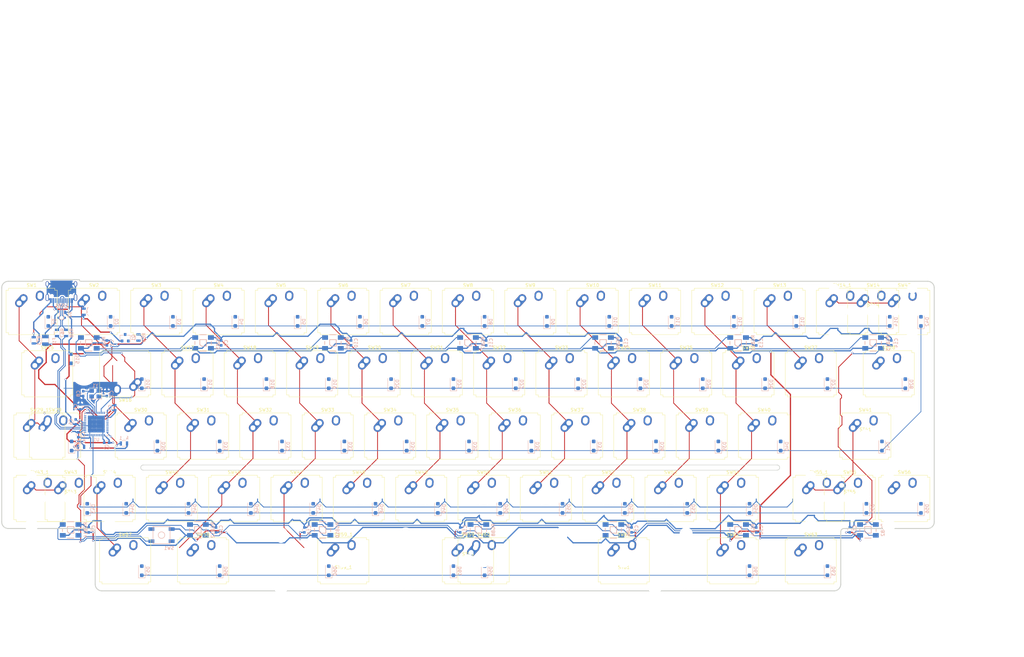
<source format=kicad_pcb>
(kicad_pcb (version 20241229) (generator "pcbnew") (generator_version "9.0")
  (layers (0 "F.Cu" signal) (2 "B.Cu" signal) (13 "F.Paste" user) (15 "B.Paste" user) (5 "F.SilkS" user "F.Silkscreen") (7 "B.SilkS" user "B.Silkscreen") (1 "F.Mask" user) (3 "B.Mask" user) (25 "Edge.Cuts" user))
  (net 0 "")
  (net 1 "COL0")
  (net 2 "COL1")
  (net 3 "COL10")
  (net 4 "COL11")
  (net 5 "COL12")
  (net 6 "COL13")
  (net 7 "COL2")
  (net 8 "COL3")
  (net 9 "COL4")
  (net 10 "COL5")
  (net 11 "COL6")
  (net 12 "COL7")
  (net 13 "COL8")
  (net 14 "COL9")
  (net 15 "N$1")
  (net 16 "N$10")
  (net 17 "N$11")
  (net 18 "N$12")
  (net 19 "N$13")
  (net 20 "N$14")
  (net 21 "N$15")
  (net 22 "N$16")
  (net 23 "N$17")
  (net 24 "N$18")
  (net 25 "N$19")
  (net 26 "N$2")
  (net 27 "N$20")
  (net 28 "N$21")
  (net 29 "N$22")
  (net 30 "N$23")
  (net 31 "N$24")
  (net 32 "N$25")
  (net 33 "N$26")
  (net 34 "N$27")
  (net 35 "N$28")
  (net 36 "N$29")
  (net 37 "N$3")
  (net 38 "N$30")
  (net 39 "N$31")
  (net 40 "N$32")
  (net 41 "N$33")
  (net 42 "N$34")
  (net 43 "N$35")
  (net 44 "N$36")
  (net 45 "N$37")
  (net 46 "N$38")
  (net 47 "N$39")
  (net 48 "N$4")
  (net 49 "N$40")
  (net 50 "N$41")
  (net 51 "N$42")
  (net 52 "N$43")
  (net 53 "N$44")
  (net 54 "N$45")
  (net 55 "N$46")
  (net 56 "N$47")
  (net 57 "N$48")
  (net 58 "N$49")
  (net 59 "N$5")
  (net 60 "N$50")
  (net 61 "N$51")
  (net 62 "N$52")
  (net 63 "N$53")
  (net 64 "N$54")
  (net 65 "N$55")
  (net 66 "N$56")
  (net 67 "N$57")
  (net 68 "N$58")
  (net 69 "N$59")
  (net 70 "N$6")
  (net 71 "N$60")
  (net 72 "N$61")
  (net 73 "N$62")
  (net 74 "N$63")
  (net 75 "N$7")
  (net 76 "N$8")
  (net 77 "N$9")
  (net 78 "ROW0")
  (net 79 "ROW1")
  (net 80 "ROW2")
  (net 81 "ROW3")
  (net 82 "ROW4")
  (net 83 "Net-(U1-UCAP)")
  (net 84 "Net-(U1-XTAL1)")
  (net 85 "Net-(U1-XTAL2)")
  (net 86 "Net-(Q1-G)")
  (net 87 "+5V")
  (net 88 "LEDGND")
  (net 89 "GND")
  (net 90 "VCC")
  (net 91 "D-")
  (net 92 "D+")
  (net 93 "Net-(U2-IO2)")
  (net 94 "Net-(U2-IO1)")
  (net 95 "Net-(U1-PB7)")
  (net 96 "Net-(U1-~{RESET})")
  (net 97 "Net-(U1-~{HWB}{slash}PE2)")
  (net 98 "Net-(USB1-CC1)")
  (net 99 "Net-(USB1-CC2)")
  (net 100 "Net-(RGB1-DOUT)")
  (net 101 "Net-(RGB2-DOUT)")
  (net 102 "Net-(RGB13-DOUT)")
  (net 103 "Net-(RGB3-DOUT)")
  (net 104 "Net-(RGB4-DOUT)")
  (net 105 "Net-(RGB5-DOUT)")
  (net 106 "Net-(RGB6-DOUT)")
  (net 107 "Net-(RGB7-DOUT)")
  (net 108 "Net-(RGB10-DIN)")
  (net 109 "RGBLED")
  (net 110 "Net-(RGB11-DIN)")
  (net 111 "Net-(RGB10-DOUT)")
  (net 112 "Net-(RGB11-DOUT)")
  (net 113 "Net-(RGB12-DOUT)")
  (footprint "Switch_Keyboard_Hybrid:SW_Hybrid_Cherry_MX_Alps_1.00u" (layer "F.Cu") (at 280.9875 76.2)
    (property "Reference" "SW38")
    (property "Value" "SW_Push")
  )
  (footprint "Switch_Keyboard_Hybrid:SW_Hybrid_Cherry_MX_Alps_1.00u" (layer "F.Cu") (at 142.875 57.15)
    (property "Reference" "SW17")
    (property "Value" "SW_Push")
  )
  (footprint "Switch_Keyboard_Hybrid:SW_Hybrid_Cherry_MX_Alps_1.00u" (layer "F.Cu") (at 319.0875 76.2)
    (property "Reference" "SW40")
    (property "Value" "SW_Push")
  )
  (footprint "Switch_Keyboard_Hybrid:SW_Hybrid_Cherry_MX_Alps_1.00u" (layer "F.Cu") (at 214.3125 95.25)
    (property "Reference" "SW49")
    (property "Value" "SW_Push")
  )
  (footprint "Switch_Keyboard_Hybrid:SW_Hybrid_Cherry_MX_Alps_1.00u" (layer "F.Cu") (at 261.9375 76.2)
    (property "Reference" "SW37")
    (property "Value" "SW_Push")
  )
  (footprint "Switch_Keyboard_Hybrid:SW_Hybrid_Cherry_MX_Alps_1.00u" (layer "F.Cu") (at 95.25 38.1)
    (property "Reference" "SW1")
    (property "Value" "SW_Push")
  )
  (footprint "Switch_Keyboard_Hybrid:SW_Hybrid_Cherry_MX_Alps_1.00u" (layer "F.Cu") (at 119.0625 95.25)
    (property "Reference" "SW44")
    (property "Value" "SW_Push")
  )
  (footprint "Mounting_Keyboard_Stabilizer:Stabilizer_Cherry_MX_3.00u" (layer "F.Cu") (at 190.5 114.3 180)
    (property "Reference" "ST59_1")
    (property "Value" "MountingHole")
  )
  (footprint "Switch_Keyboard_Hybrid:SW_Hybrid_Cherry_MX_Alps_1.00u" (layer "F.Cu") (at 242.8875 76.2)
    (property "Reference" "SW36")
    (property "Value" "SW_Push")
  )
  (footprint "Switch_Keyboard_Hybrid:SW_Hybrid_Cherry_MX_Alps_1.00u" (layer "F.Cu") (at 314.325 57.15)
    (property "Reference" "SW26")
    (property "Value" "SW_Push")
  )
  (footprint "Switch_Keyboard_Hybrid:SW_Hybrid_Cherry_MX_Alps_1.00u" (layer "F.Cu") (at 166.6875 76.2)
    (property "Reference" "SW32")
    (property "Value" "SW_Push")
  )
  (footprint "Switch_Keyboard_Hybrid:SW_Hybrid_Cherry_MX_Alps_3.00u" (layer "F.Cu") (at 276.225 114.3)
    (property "Reference" "SW61")
    (property "Value" "SW_Push")
  )
  (footprint "Switch_Keyboard_Hybrid:SW_Hybrid_Cherry_MX_Alps_2.25u" (layer "F.Cu") (at 350.04375 76.2)
    (property "Reference" "SW41")
    (property "Value" "SW_Push")
  )
  (footprint "Switch_Keyboard_Hybrid:SW_Hybrid_Cherry_MX_Alps_1.00u" (layer "F.Cu") (at 304.8 38.1)
    (property "Reference" "SW12")
    (property "Value" "SW_Push")
  )
  (footprint "Switch_Keyboard_Hybrid:SW_Hybrid_Cherry_MX_Alps_2.00u" (layer "F.Cu") (at 352.425 38.1)
    (property "Reference" "SW14")
    (property "Value" "SW_Push")
  )
  (footprint "Mounting_Keyboard_Stabilizer:Stabilizer_Cherry_MX_2.00u" (layer "F.Cu") (at 350.04375 76.2)
    (property "Reference" "ST41")
    (property "Value" "MountingHole")
  )
  (footprint "Mounting_Keyboard_Stabilizer:Stabilizer_Cherry_MX_2.00u" (layer "F.Cu") (at 107.15625 95.25)
    (property "Reference" "ST43")
    (property "Value" "MountingHole")
  )
  (footprint "Switch_Keyboard_Hybrid:SW_Hybrid_Cherry_MX_Alps_1.00u" (layer "F.Cu") (at 233.3625 114.3)
    (property "Reference" "SW60")
    (property "Value" "SW_Push")
  )
  (footprint "Mounting_Keyboard_Stabilizer:Stabilizer_Cherry_MX_3.00u" (layer "F.Cu") (at 276.225 114.3 180)
    (property "Reference" "ST61")
    (property "Value" "MountingHole")
  )
  (footprint "Switch_Keyboard_Hybrid:SW_Hybrid_Cherry_MX_Alps_3.00u" (layer "F.Cu") (at 190.5 114.3)
    (property "Reference" "SW59_1")
    (property "Value" "SW_Push")
  )
  (footprint "Switch_Keyboard_Hybrid:SW_Hybrid_Cherry_MX_Alps_1.00u" (layer "F.Cu") (at 171.45 38.1)
    (property "Reference" "SW5")
    (property "Value" "SW_Push")
  )
  (footprint "Mounting_Keyboard_Stabilizer:Stabilizer_Cherry_MX_2.00u" (layer "F.Cu") (at 345.28125 95.25)
    (property "Reference" "ST55")
    (property "Value" "MountingHole")
  )
  (footprint "Switch_Keyboard_Hybrid:SW_Hybrid_Cherry_MX_Alps_1.00u" (layer "F.Cu") (at 114.3 38.1)
    (property "Reference" "SW2")
    (property "Value" "SW_Push")
  )
  (footprint "Switch_Keyboard_Hybrid:SW_Hybrid_Cherry_MX_Alps_1.00u" (layer "F.Cu") (at 133.35 38.1)
    (property "Reference" "SW3")
    (property "Value" "SW_Push")
  )
  (footprint "Switch_Keyboard_Hybrid:SW_Hybrid_Cherry_MX_Alps_1.00u" (layer "F.Cu") (at 333.375 114.3)
    (property "Reference" "SW63")
    (property "Value" "SW_Push")
  )
  (footprint "Switch_Keyboard_Hybrid:SW_Hybrid_Cherry_MX_Alps_1.00u" (layer "F.Cu") (at 252.4125 95.25)
    (property "Reference" "SW51")
    (property "Value" "SW_Push")
  )
  (footprint "Switch_Keyboard_Hybrid:SW_Hybrid_Cherry_MX_Alps_1.00u" (layer "F.Cu") (at 257.175 57.15)
    (property "Reference" "SW23")
    (property "Value" "SW_Push")
  )
  (footprint "Switch_Keyboard_Hybrid:SW_Hybrid_Cherry_MX_Alps_1.00u" (layer "F.Cu") (at 266.7 38.1)
    (property "Reference" "SW10")
    (property "Value" "SW_Push")
  )
  (footprint "Switch_Keyboard_Hybrid:SW_Hybrid_Cherry_MX_Alps_1.00u" (layer "F.Cu") (at 228.6 38.1)
    (property "Reference" "SW8")
    (property "Value" "SW_Push")
  )
  (footprint "Switch_Keyboard_Hybrid:SW_Hybrid_Cherry_MX_Alps_1.00u" (layer "F.Cu") (at 204.7875 76.2)
    (property "Reference" "SW34")
    (property "Value" "SW_Push")
  )
  (footprint "Switch_Keyboard_Hybrid:SW_Hybrid_Cherry_MX_Alps_1.00u" (layer "F.Cu") (at 342.9 38.1)
    (property "Reference" "SW14_1")
    (property "Value" "SW_Push")
  )
  (footprint "Switch_Keyboard_Hybrid:SW_Hybrid_Cherry_MX_Alps_1.00u" (layer "F.Cu") (at 290.5125 95.25)
    (property "Reference" "SW53")
    (property "Value" "SW_Push")
  )
  (footprint "Switch_Keyboard_Hybrid:SW_Hybrid_Cherry_MX_Alps_1.50u" (layer "F.Cu") (at 147.6375 114.3)
    (property "Reference" "SW58")
    (property "Value" "SW_Push")
  )
  (footprint "Switch_Keyboard_Hybrid:SW_Hybrid_Cherry_MX_Alps_1.00u" (layer "F.Cu") (at 195.2625 95.25)
    (property "Reference" "SW48")
    (property "Value" "SW_Push")
  )
  (footprint "Switch_Keyboard_Hybrid:SW_Hybrid_Cherry_MX_Alps_1.00u" (layer "F.Cu") (at 157.1625 95.25)
    (property "Reference" "SW46")
    (property "Value" "SW_Push")
  )
  (footprint "Switch_Keyboard_Hybrid:SW_Hybrid_Cherry_MX_Alps_1.00u" (layer "F.Cu") (at 247.65 38.1)
    (property "Reference" "SW9")
    (property "Value" "SW_Push")
  )
  (footprint "Switch_Keyboard_Hybrid:SW_Hybrid_Cherry_MX_Alps_1.00u" (layer "F.Cu") (at 123.825 57.15 180)
    (property "Reference" "SW16")
    (property "Value" "SW_Push")
  )
  (footprint "Switch_Keyboard_Hybrid:SW_Hybrid_Cherry_MX_Alps_1.00u" (layer "F.Cu") (at 238.125 57.15)
    (property "Reference" "SW22")
    (property "Value" "SW_Push")
  )
  (footprint "Switch_Keyboard_Hybrid:SW_Hybrid_Cherry_MX_Alps_1.00u" (layer "F.Cu") (at 361.95 95.25)
    (property "Reference" "SW56")
    (property "Value" "SW_Push")
  )
  (footprint "Switch_Keyboard_Hybrid:SW_Hybrid_Cherry_MX_Alps_1.25u" (layer "F.Cu") (at 97.63125 76.2)
    (property "Reference" "SW29_1")
    (property "Value" "SW_Push")
  )
  (footprint "Switch_Keyboard_Hybrid:SW_Hybrid_Cherry_MX_Alps_1.00u" (layer "F.Cu") (at 309.5625 95.25)
    (property "Reference" "SW54")
    (property "Value" "SW_Push")
  )
  (footprint "Switch_Keyboard_Hybrid:SW_Hybrid_Cherry_MX_Alps_1.00u" (layer "F.Cu") (at 219.075 57.15)
    (property "Reference" "SW21")
    (property "Value" "SW_Push")
  )
  (footprint "Mounting_Keyboard_Stabilizer:Stabilizer_Cherry_MX_7.00u" (layer "F.Cu") (at 228.6 114.3)
    (property "Reference" "ST59")
    (property "Value" "MountingHole")
  )
  (footprint "Switch_Keyboard_Hybrid:SW_Hybrid_Cherry_MX_Alps_1.00u" (layer "F.Cu") (at 185.7375 76.2)
    (property "Reference" "SW33")
    (property "Value" "SW_Push")
  )
  (footprint "Switch_Keyboard_Hybrid:SW_Hybrid_Cherry_MX_Alps_1.00u" (layer "F.Cu") (at 147.6375 76.2)
    (property "Reference" "SW31")
    (property "Value" "SW_Push")
  )
  (footprint "Switch_Keyboard_Hybrid:SW_Hybrid_Cherry_MX_Alps_1.00u" (layer "F.Cu") (at 152.4 38.1)
    (property "Reference" "SW4")
    (property "Value" "SW_Push")
  )
  (footprint "Switch_Keyboard_Hybrid:SW_Hybrid_Cherry_MX_Alps_1.00u" (layer "F.Cu") (at 128.5875 76.2)
    (property "Reference" "SW30")
    (property "Value" "SW_Push")
  )
  (footprint "Switch_Keyboard_Hybrid:SW_Hybrid_Cherry_MX_Alps_7.00u" (layer "F.Cu") (at 228.6 114.3)
    (property "Reference" "SW59")
    (property "Value" "SW_Push")
  )
  (footprint "Switch_Keyboard_Hybrid:SW_Hybrid_Cherry_MX_Alps_1.50u" (layer "F.Cu") (at 309.5625 114.3)
    (property "Reference" "SW62")
    (property "Value" "SW_Push")
  )
  (footprint "Switch_Keyboard_Hybrid:SW_Hybrid_Cherry_MX_Alps_1.00u" (layer "F.Cu") (at 200.025 57.15)
    (property "Reference" "SW20")
    (property "Value" "SW_Push")
  )
  (footprint "Switch_Keyboard_Hybrid:SW_Hybrid_Cherry_MX_Alps_1.00u" (layer "F.Cu") (at 138.1125 95.25)
    (property "Reference" "SW45")
    (property "Value" "SW_Push")
  )
  (footprint "Switch_Keyboard_Hybrid:SW_Hybrid_Cherry_MX_Alps_1.50u" (layer "F.Cu") (at 100.0125 57.15)
    (property "Reference" "SW15")
    (property "Value" "SW_Push")
  )
  (footprint "Switch_Keyboard_Hybrid:SW_Hybrid_Cherry_MX_Alps_1.00u" (layer "F.Cu") (at 276.225 57.15)
    (property "Reference" "SW24")
    (property "Value" "SW_Push")
  )
  (footprint "Switch_Keyboard_Hybrid:SW_Hybrid_Cherry_MX_Alps_1.00u" (layer "F.Cu") (at 271.4625 95.25)
    (property "Reference" "SW52")
    (property "Value" "SW_Push")
  )
  (footprint "Switch_Keyboard_Hybrid:SW_Hybrid_Cherry_MX_Alps_1.00u" (layer "F.Cu") (at 180.975 57.15)
    (property "Reference" "SW19")
    (property "Value" "SW_Push")
  )
  (footprint "Switch_Keyboard_Hybrid:SW_Hybrid_Cherry_MX_Alps_1.00u" (layer "F.Cu") (at 333.375 57.15)
    (property "Reference" "SW27")
    (property "Value" "SW_Push")
  )
  (footprint "Switch_Keyboard_Hybrid:SW_Hybrid_Cherry_MX_Alps_1.00u" (layer "F.Cu") (at 233.3625 95.25)
    (property "Reference" "SW50")
    (property "Value" "SW_Push")
  )
  (footprint "Switch_Keyboard_Hybrid:SW_Hybrid_Cherry_MX_Alps_1.00u" (layer "F.Cu") (at 323.85 38.1)
    (property "Reference" "SW13")
    (property "Value" "SW_Push")
  )
  (footprint "Switch_Keyboard_Hybrid:SW_Hybrid_Cherry_MX_Alps_1.00u" (layer "F.Cu") (at 209.55 38.1)
    (property "Reference" "SW7")
    (property "Value" "SW_Push")
  )
  (footprint "Switch_Keyboard_Hybrid:SW_Hybrid_Cherry_MX_Alps_1.50u" (layer "F.Cu") (at 357.1875 57.15)
    (property "Reference" "SW28")
    (property "Value" "SW_Push")
  )
  (footprint "Switch_Keyboard_Hybrid:SW_Hybrid_Cherry_MX_Alps_1.00u" (layer "F.Cu") (at 361.95 38.1)
    (property "Reference" "SW42")
    (property "Value" "SW_Push")
  )
  (footprint "Switch_Keyboard_Hybrid:SW_Hybrid_Cherry_MX_Alps_1.75u" (layer "F.Cu") (at 335.75625 95.25)
    (property "Reference" "SW55_1")
    (property "Value" "SW_Push")
  )
  (footprint "Switch_Keyboard_Hybrid:SW_Hybrid_Cherry_MX_Alps_2.75u" (layer "F.Cu") (at 345.28125 95.25)
    (property "Reference" "SW55")
    (property "Value" "SW_Push")
  )
  (footprint "Switch_Keyboard_Hybrid:SW_Hybrid_Cherry_MX_Alps_1.00u" (layer "F.Cu") (at 300.0375 76.2)
    (property "Reference" "SW39")
    (property "Value" "SW_Push")
  )
  (footprint "Switch_Keyboard_Hybrid:SW_Hybrid_Cherry_MX_Alps_1.00u" (layer "F.Cu") (at 295.275 57.15)
    (property "Reference" "SW25")
    (property "Value" "SW_Push")
  )
  (footprint "Switch_Keyboard_Hybrid:SW_Hybrid_Cherry_MX_Alps_1.00u" (layer "F.Cu") (at 123.825 114.3)
    (property "Reference" "SW57")
    (property "Value" "SW_Push")
  )
  (footprint "Switch_Keyboard_Hybrid:SW_Hybrid_Cherry_MX_Alps_1.00u" (layer "F.Cu") (at 285.75 38.1)
    (property "Reference" "SW11")
    (property "Value" "SW_Push")
  )
  (footprint "Switch_Keyboard_Hybrid:SW_Hybrid_Cherry_MX_Alps_1.00u" (layer "F.Cu") (at 190.5 38.1)
    (property "Reference" "SW6")
    (property "Value" "SW_Push")
  )
  (footprint "locallib:viper_outline" (layer "F.Cu") (at 228.6 76.185)
    (property "Reference" "REF**" (hide yes))
    (property "Value" "viper_outline" (hide yes))
    (fp_line (start -142.5 26.25) (end -142.5 -45.3) (stroke (width 0.3)) (layer "Edge.Cuts"))
    (fp_line (start -140.500001 28.25) (end -114.924999 28.25) (stroke (width 0.3)) (layer "Edge.Cuts"))
    (fp_line (start -140.5 -47.299999) (end -130.3 -47.299999) (stroke (width 0.3)) (layer "Edge.Cuts"))
    (fp_line (start -129.8 -47.799999) (end -118.8 -47.799999) (stroke (width 0.3)) (layer "Edge.Cuts"))
    (fp_line (start -113.925 29.25) (end -113.925 45.300001) (stroke (width 0.3)) (layer "Edge.Cuts"))
    (fp_line (start -111.925 47.3) (end 111.925 47.3) (stroke (width 0.3)) (layer "Edge.Cuts"))
    (fp_line (start 113.925 29.25) (end 113.925 45.3) (stroke (width 0.3)) (layer "Edge.Cuts"))
    (fp_line (start 114.925 28.25) (end 140.5 28.25) (stroke (width 0.3)) (layer "Edge.Cuts"))
    (fp_line (start 140.5 -47.3) (end -118.3 -47.3) (stroke (width 0.3)) (layer "Edge.Cuts"))
    (fp_line (start 142.5 26.25) (end 142.5 -45.3) (stroke (width 0.3)) (layer "Edge.Cuts"))
    (fp_arc (start -142.5 -45.3) (mid -141.914214 -46.714214) (end -140.5 -47.3) (stroke (width 0.3)) (layer "Edge.Cuts"))
    (fp_arc (start -140.5 28.25) (mid -141.914214 27.664214) (end -142.5 26.25) (stroke (width 0.3)) (layer "Edge.Cuts"))
    (fp_arc (start -129.8 -47.799999) (mid -129.946447 -47.446446) (end -130.3 -47.299999) (stroke (width 0.3)) (layer "Edge.Cuts"))
    (fp_arc (start -118.3 -47.299999) (mid -118.653553 -47.446446) (end -118.8 -47.799999) (stroke (width 0.3)) (layer "Edge.Cuts"))
    (fp_arc (start -114.925 28.25) (mid -114.217893 28.542893) (end -113.925 29.25) (stroke (width 0.3)) (layer "Edge.Cuts"))
    (fp_arc (start -111.925 47.3) (mid -113.339214 46.714214) (end -113.925 45.3) (stroke (width 0.3)) (layer "Edge.Cuts"))
    (fp_arc (start 113.925 29.25) (mid 114.217893 28.542893) (end 114.925 28.25) (stroke (width 0.3)) (layer "Edge.Cuts"))
    (fp_arc (start 113.925 45.3) (mid 113.339214 46.714214) (end 111.925 47.3) (stroke (width 0.3)) (layer "Edge.Cuts"))
    (fp_arc (start 140.5 -47.3) (mid 141.914214 -46.714214) (end 142.5 -45.3) (stroke (width 0.3)) (layer "Edge.Cuts"))
    (fp_arc (start 142.5 26.25) (mid 141.914214 27.664214) (end 140.5 28.25) (stroke (width 0.3)) (layer "Edge.Cuts"))
  )
  (footprint "Switch_Keyboard_Hybrid:SW_Hybrid_Cherry_MX_Alps_2.25u" (layer "F.Cu") (at 107.15625 95.25)
    (property "Reference" "SW43")
    (property "Value" "SW_Push")
  )
  (footprint "Switch_Keyboard_Hybrid:SW_Hybrid_Cherry_MX_Alps_1.00u" (layer "F.Cu") (at 161.925 57.15)
    (property "Reference" "SW18")
    (property "Value" "SW_Push")
  )
  (footprint "Switch_Keyboard_Hybrid:SW_Hybrid_Cherry_MX_Alps_1.25u" (layer "F.Cu") (at 97.63125 95.25)
    (property "Reference" "SW43_1")
    (property "Value" "SW_Push")
  )
  (footprint "Mounting_Keyboard_Stabilizer:Stabilizer_Cherry_MX_2.00u" (layer "F.Cu") (at 352.425 38.1)
    (property "Reference" "ST14")
    (property "Value" "MountingHole")
  )
  (footprint "Switch_Keyboard_Hybrid:SW_Hybrid_Cherry_MX_Alps_1.00u" (layer "F.Cu") (at 176.2125 95.25)
    (property "Reference" "SW47")
    (property "Value" "SW_Push")
  )
  (footprint "Switch_Keyboard_Hybrid:SW_Hybrid_Cherry_MX_Alps_1.75u" (layer "F.Cu") (at 102.39375 76.2)
    (property "Reference" "SW29")
    (property "Value" "SW_Push")
  )
  (footprint "Switch_Keyboard_Hybrid:SW_Hybrid_Cherry_MX_Alps_1.00u" (layer "F.Cu") (at 223.8375 76.2)
    (property "Reference" "SW35")
    (property "Value" "SW_Push")
  )
  (footprint "Diode_SMD:D_SOD-123F" (layer "B.Cu") (at 267.0175 79.23 90)
    (property "Reference" "D37")
    (property "Value" "D")
  )
  (footprint "Diode_SMD:D_SOD-123F" (layer "B.Cu") (at 152.7175 117.33 90)
    (property "Reference" "D58")
    (property "Value" "D")
  )
  (footprint "Capacitors_SMD:C_0603" (layer "B.Cu") (at 110.109 67.27825 -90)
    (property "Reference" "C4")
    (property "Value" "0.1uF")
  )
  (footprint "WS2812B:WS2812B" (layer "B.Cu") (at 146.05 104.87025 90)
    (property "Reference" "RGB12")
    (property "Value" "WS2812B" (hide yes))
  )
  (footprint "Diode_SMD:D_SOD-123F" (layer "B.Cu") (at 300.355 60.18 90)
    (property "Reference" "D25")
    (property "Value" "D")
  )
  (footprint "WS2812B:WS2812B" (layer "B.Cu") (at 352.425 47.72025 90)
    (property "Reference" "RGB13")
    (property "Value" "WS2812B" (hide yes))
  )
  (footprint "Crystals:Crystal_SMD_3225-4pin_3.2x2.5mm" (layer "B.Cu") (at 114.681 63.21425 180)
    (property "Reference" "Y1")
    (property "Value" "16Mhz")
  )
  (footprint "Diode_SMD:D_SOD-123F" (layer "B.Cu") (at 295.5925 98.28 90)
    (property "Reference" "D53")
    (property "Value" "D")
  )
  (footprint "Diode_SMD:D_SOD-123F" (layer "B.Cu") (at 243.205 60.18 90)
    (property "Reference" "D22")
    (property "Value" "D")
  )
  (footprint "Diode_SMD:D_SOD-123F" (layer "B.Cu") (at 233.68 41.13 90)
    (property "Reference" "D8")
    (property "Value" "D")
  )
  (footprint "locallib:SOT143B" (layer "B.Cu") (at 104.394 39.08425 -90)
    (property "Reference" "U2")
    (property "Value" "PRTR5V0U2X")
  )
  (footprint "WS2812B:WS2812B" (layer "B.Cu") (at 147.6375 47.72025 90)
    (property "Reference" "RGB3")
    (property "Value" "WS2812B" (hide yes))
  )
  (footprint "Diode_SMD:D_SOD-123F" (layer "B.Cu") (at 338.455 60.18 90)
    (property "Reference" "D27")
    (property "Value" "D")
  )
  (footprint "Diode_SMD:D_SOD-123F" (layer "B.Cu") (at 314.6425 117.33 90)
    (property "Reference" "D62")
    (property "Value" "D")
  )
  (footprint "Capacitors_SMD:C_0603" (layer "B.Cu") (at 118.237 63.21425 90)
    (property "Reference" "C7")
    (property "Value" "22pF")
  )
  (footprint "WS2812B:WS2812B" (layer "B.Cu") (at 231.775 104.87025 90)
    (property "Reference" "RGB8")
    (property "Value" "WS2812B" (hide yes))
  )
  (footprint "Diode_SMD:D_SOD-123F" (layer "B.Cu") (at 167.005 60.18 90)
    (property "Reference" "D18")
    (property "Value" "D")
  )
  (footprint "WS2812B:WS2812B" (layer "B.Cu") (at 187.325 47.72025 90)
    (property "Reference" "RGB5")
    (property "Value" "WS2812B" (hide yes))
  )
  (footprint "Diode_SMD:D_SOD-123F" (layer "B.Cu") (at 247.9675 79.23 90)
    (property "Reference" "D36")
    (property "Value" "D")
  )
  (footprint "WS2812B:WS2812B" (layer "B.Cu") (at 184.15 104.87025 90)
    (property "Reference" "RGB10")
    (property "Value" "WS2812B" (hide yes))
  )
  (footprint "Diode_SMD:D_SOD-123F" (layer "B.Cu") (at 357.505 41.13 90)
    (property "Reference" "D14")
    (property "Value" "D")
  )
  (footprint "Capacitors_SMD:C_0603" (layer "B.Cu") (at 192.88125 47.72025 90)
    (property "Reference" "C10")
    (property "Value" "0.1uF")
  )
  (footprint "Diode_SMD:D_SOD-123F" (layer "B.Cu") (at 128.905 117.33 90)
    (property "Reference" "D57")
    (property "Value" "D")
  )
  (footprint "Diode_SMD:D_SOD-123F" (layer "B.Cu") (at 290.83 41.13 90)
    (property "Reference" "D11")
    (property "Value" "D")
  )
  (footprint "Diode_SMD:D_SOD-123F" (layer "B.Cu") (at 276.5425 98.28 90)
    (property "Reference" "D52")
    (property "Value" "D")
  )
  (footprint "Capacitors_SMD:C_0603" (layer "B.Cu") (at 118.1735 78.232)
    (property "Reference" "C5")
    (property "Value" "0.1uF")
  )
  (footprint "Diode_SMD:D_SOD-123F" (layer "B.Cu") (at 128.905 60.18 90)
    (property "Reference" "D16")
    (property "Value" "D")
  )
  (footprint "Capacitors_SMD:C_0603" (layer "B.Cu") (at 275.43125 47.72025 90)
    (property "Reference" "C12")
    (property "Value" "0.1uF")
  )
  (footprint "Diode_SMD:D_SOD-123F" (layer "B.Cu") (at 224.155 117.33 90)
    (property "Reference" "D61")
    (property "Value" "D")
  )
  (footprint "Capacitors_SMD:C_0603" (layer "B.Cu") (at 316.70625 47.72025 90)
    (property "Reference" "C13")
    (property "Value" "0.1uF")
  )
  (footprint "Resistors_SMD:R_0805" (layer "B.Cu") (at 105.791 44.67225 90)
    (property "Reference" "R68")
    (property "Value" "22")
  )
  (footprint "Capacitors_SMD:C_0603" (layer "B.Cu") (at 108.712 71.85025 -90)
    (property "Reference" "C6")
    (property "Value" "1uF")
  )
  (footprint "Diode_SMD:D_SOD-123F" (layer "B.Cu") (at 119.38 41.13 90)
    (property "Reference" "D2")
    (property "Value" "D")
  )
  (footprint "Diode_SMD:D_SOD-123F" (layer "B.Cu") (at 190.8175 79.23 90)
    (property "Reference" "D33")
    (property "Value" "D")
  )
  (footprint "Capacitors_SMD:C_0603" (layer "B.Cu") (at 357.98125 47.72025 90)
    (property "Reference" "C14")
    (property "Value" "0.1uF")
  )
  (footprint "Capacitors_SMD:C_0603" (layer "B.Cu") (at 109.474 75.78725 90)
    (property "Reference" "C2")
    (property "Value" "10uF")
  )
  (footprint "WS2812B:WS2812B" (layer "B.Cu") (at 311.15 104.87025 90)
    (property "Reference" "RGB4")
    (property "Value" "WS2812B" (hide yes))
  )
  (footprint "Diode_SMD:D_SOD-123F" (layer "B.Cu") (at 281.305 60.18 90)
    (property "Reference" "D24")
    (property "Value" "D")
  )
  (footprint "Diode_SMD:D_SOD-123F" (layer "B.Cu") (at 362.2675 60.18 90)
    (property "Reference" "D28")
    (property "Value" "D")
  )
  (footprint "Diode_SMD:D_SOD-123F" (layer "B.Cu") (at 224.155 60.18 90)
    (property "Reference" "D21")
    (property "Value" "D")
  )
  (footprint "WS2812B:WS2812B" (layer "B.Cu") (at 269.875 47.72025 90)
    (property "Reference" "RGB9")
    (property "Value" "WS2812B" (hide yes))
  )
  (footprint "TO_SOT_Packages_SMD:SOT-23" (layer "B.Cu") (at 123.825 46.13275 90)
    (property "Reference" "Q1")
    (property "Value" "2N7002")
  )
  (footprint "Diode_SMD:D_SOD-123F" (layer "B.Cu") (at 324.1675 79.23 90)
    (property "Reference" "D40")
    (property "Value" "D")
  )
  (footprint "Diode_SMD:D_SOD-123F" (layer "B.Cu") (at 350.36125 98.28 90)
    (property "Reference" "D55")
    (property "Value" "D")
  )
  (footprint "Type-C:HRO-TYPE-C-31-M-12-Assembly" (layer "B.Cu") (at 104.3376 27.08275)
    (property "Reference" "USB1")
    (property "Value" "HRO-TYPE-C-31-M-12")
  )
  (footprint "WS2812B:WS2812B" (layer "B.Cu") (at 228.6 47.72025 90)
    (property "Reference" "RGB7")
    (property "Value" "WS2812B" (hide yes))
  )
  (footprint "Diode_SMD:D_SOD-123F" (layer "B.Cu") (at 262.255 60.18 90)
    (property "Reference" "D23")
    (property "Value" "D")
  )
  (footprint "WS2812B:WS2812B" (layer "B.Cu") (at 311.15 47.72025 90)
    (property "Reference" "RGB11")
    (property "Value" "WS2812B" (hide yes))
  )
  (footprint "Capacitors_SMD:C_0603" (layer "B.Cu") (at 234.15625 47.72025 90)
    (property "Reference" "C11")
    (property "Value" "0.1uF")
  )
  (footprint "Resistors_SMD:R_0805" (layer "B.Cu") (at 110.33125 79.47025 180)
    (property "Reference" "R70")
    (property "Value" "10k")
  )
  (footprint "Diode_SMD:D_SOD-123F" (layer "B.Cu") (at 124.1425 98.28 90)
    (property "Reference" "D44")
    (property "Value" "D")
  )
  (footprint "Diode_SMD:D_SOD-123F" (layer "B.Cu") (at 112.23625 98.28 90)
    (property "Reference" "D43")
    (property "Value" "D")
  )
  (footprint "Diode_SMD:D_SOD-123F" (layer "B.Cu") (at 205.105 60.18 90)
    (property "Reference" "D20")
    (property "Value" "D")
  )
  (footprint "Diode_SMD:D_SOD-123F" (layer "B.Cu") (at 355.12375 79.23 90)
    (property "Reference" "D41")
    (property "Value" "D")
  )
  (footprint "Diode_SMD:D_SOD-123F" (layer "B.Cu") (at 171.7675 79.23 90)
    (property "Reference" "D32")
    (property "Value" "D")
  )
  (footprint "Diode_SMD:D_SOD-123F" (layer "B.Cu") (at 181.2925 98.28 90)
    (property "Reference" "D47")
    (property "Value" "D")
  )
  (footprint "Diode_SMD:D_SOD-123F" (layer "B.Cu") (at 271.78 41.13 90)
    (property "Reference" "D10")
    (property "Value" "D")
  )
  (footprint "Diode_SMD:D_SOD-123F" (layer "B.Cu") (at 338.455 117.33 90)
    (property "Reference" "D63")
    (property "Value" "D")
  )
  (footprint "Diode_SMD:D_SOD-123F" (layer "B.Cu") (at 157.48 41.13 90)
    (property "Reference" "D4")
    (property "Value" "D")
  )
  (footprint "Diode_SMD:D_SOD-123F" (layer "B.Cu") (at 138.43 41.13 90)
    (property "Reference" "D3")
    (property "Value" "D")
  )
  (footprint "Diode_SMD:D_SOD-123F" (layer "B.Cu") (at 305.1175 79.23 90)
    (property "Reference" "D39")
    (property "Value" "D")
  )
  (footprint "Diode_SMD:D_SOD-123F" (layer "B.Cu") (at 319.405 60.18 90)
    (property "Reference" "D26")
    (property "Value" "D")
  )
  (footprint "Diode_SMD:D_SOD-123F" (layer "B.Cu") (at 133.6675 79.23 90)
    (property "Reference" "D30")
    (property "Value" "D")
  )
  (footprint "Diode_SMD:D_SOD-123F" (layer "B.Cu") (at 228.9175 79.23 90)
    (property "Reference" "D35")
    (property "Value" "D")
  )
  (footprint "Diode_SMD:D_SOD-123F" (layer "B.Cu") (at 219.3925 98.28 90)
    (property "Reference" "D49")
    (property "Value" "D")
  )
  (footprint "Diode_SMD:D_SOD-123F" (layer "B.Cu") (at 214.63 41.13 90)
    (property "Reference" "D7")
    (property "Value" "D")
  )
  (footprint "Diode_SMD:D_SOD-123F" (layer "B.Cu") (at 209.8675 79.23 90)
    (property "Reference" "D34")
    (property "Value" "D")
  )
  (footprint "Diode_SMD:D_SOD-123F" (layer "B.Cu") (at 309.88 41.13 90)
    (property "Reference" "D12")
    (property "Value" "D")
  )
  (footprint "Diode_SMD:D_SOD-123F" (layer "B.Cu") (at 100.33 41.13 90)
    (property "Reference" "D1")
    (property "Value" "D")
  )
  (footprint "Capacitors_SMD:C_0603" (layer "B.Cu") (at 120.777 67.53225 -90)
    (property "Reference" "C3")
    (property "Value" "0.1uF")
  )
  (footprint "Capacitors_SMD:C_0603" (layer "B.Cu") (at 226.21875 104.87025 90)
    (property "Reference" "C18")
    (property "Value" "0.1uF")
  )
  (footprint "Diode_SMD:D_SOD-123F" (layer "B.Cu") (at 143.1925 98.28 90)
    (property "Reference" "D45")
    (property "Value" "D")
  )
  (footprint "Housings_DFN_QFN:QFN-44-1EP_7x7mm_Pitch0.5mm" (layer "B.Cu") (at 115.004809 72.509403)
    (property "Reference" "U1")
    (property "Value" "ATmega32U4-MU")
  )
  (footprint "Diode_SMD:D_SOD-123F" (layer "B.Cu") (at 367.03 41.13 90)
    (property "Reference" "D42")
    (property "Value" "D")
  )
  (footprint "Diode_SMD:D_SOD-123F" (layer "B.Cu") (at 152.7175 79.23 90)
    (property "Reference" "D31")
    (property "Value" "D")
  )
  (footprint "Capacitors_SMD:C_0603" (layer "B.Cu") (at 118.26875 47.72025 90)
    (property "Reference" "C1")
    (property "Value" "0.1uF")
  )
  (footprint "Diode_SMD:D_SOD-123F" (layer "B.Cu") (at 286.0675 79.23 90)
    (property "Reference" "D38")
    (property "Value" "D")
  )
  (footprint "WS2812B:WS2812B" (layer "B.Cu") (at 350.8375 104.87025 90)
    (property "Reference" "RGB2")
    (property "Value" "WS2812B" (hide yes))
  )
  (footprint "Diode_SMD:D_SOD-123F" (layer "B.Cu") (at 186.055 60.18 90)
    (property "Reference" "D19")
    (property "Value" "D")
  )
  (footprint "Resistors_SMD:R_0805" (layer "B.Cu") (at 95.885 46.9265 90)
    (property "Reference" "R73")
    (property "Value" "5.1k")
  )
  (footprint "Diode_SMD:D_SOD-123F" (layer "B.Cu") (at 200.3425 98.28 90)
    (property "Reference" "D48")
    (property "Value" "D")
  )
  (footprint "Capacitors_SMD:C_0603" (layer "B.Cu") (at 110.998 63.21425 -90)
    (property "Reference" "C8")
    (property "Value" "22pF")
  )
  (footprint "Capacitors_SMD:C_0603" (layer "B.Cu") (at 278.60625 104.87025 90)
    (property "Reference" "C17")
    (property "Value" "0.1uF")
  )
  (footprint "Diode_SMD:D_SOD-123F" (layer "B.Cu") (at 162.2425 98.28 90)
    (property "Reference" "D46")
    (property "Value" "D")
  )
  (footprint "Fuse_Holders_and_Fuses:Fuse_SMD1206_Reflow" (layer "B.Cu") (at 99.441 46.9265 90)
    (property "Reference" "F1")
    (property "Value" "500mA")
  )
  (footprint "Capacitors_SMD:C_0603" (layer "B.Cu") (at 112.7125 104.87025 90)
    (property "Reference" "C21")
    (property "Value" "0.1uF")
  )
  (footprint "Diode_SMD:D_SOD-123F" (layer "B.Cu") (at 367.03 98.28 90)
    (property "Reference" "D56")
    (property "Value" "D")
  )
  (footprint "Diode_SMD:D_SOD-123F" (layer "B.Cu") (at 107.47375 79.23 90)
    (property "Reference" "D29")
    (property "Value" "D")
  )
  (footprint "Capacitors_SMD:C_0603" (layer "B.Cu") (at 316.70625 104.87025 90)
    (property "Reference" "C16")
    (property "Value" "0.1uF")
  )
  (footprint "WS2812B:WS2812B" (layer "B.Cu") (at 112.7125 47.72025 90)
    (property "Reference" "RGB1")
    (property "Value" "WS2812B" (hide yes))
  )
  (footprint "Diode_SMD:D_SOD-123F" (layer "B.Cu") (at 107.36 52.54 90)
    (property "Reference" "D15")
    (property "Value" "D")
  )
  (footprint "Resistors_SMD:R_0805" (layer "B.Cu") (at 127.889 46.06925 90)
    (property "Reference" "R69")
    (property "Value" "1k")
  )
  (footprint "Diode_SMD:D_SOD-123F" (layer "B.Cu") (at 147.955 60.18 90)
    (property "Reference" "D17")
    (property "Value" "D")
  )
  (footprint "Capacitors_SMD:C_0603" (layer "B.Cu") (at 153.19375 47.72025 90)
    (property "Reference" "C9")
    (property "Value" "0.1uF")
  )
  (footprint "Diode_SMD:D_SOD-123F" (layer "B.Cu") (at 314.6425 98.28 90)
    (property "Reference" "D54")
    (property "Value" "D")
  )
  (footprint "Diode_SMD:D_SOD-123F" (layer "B.Cu") (at 252.73 41.13 90)
    (property "Reference" "D9")
    (property "Value" "D")
  )
  (footprint "Capacitors_SMD:C_0603" (layer "B.Cu") (at 151.60625 104.87025 90)
    (property "Reference" "C20")
    (property "Value" "0.1uF")
  )
  (footprint "Diode_SMD:D_SOD-123F" (layer "B.Cu") (at 186.055 117.33 90)
    (property "Reference" "D60")
    (property "Value" "D")
  )
  (footprint "Capacitors_SMD:C_0603" (layer "B.Cu") (at 345.28125 104.87025 90)
    (property "Reference" "C15")
    (property "Value" "0.1uF")
  )
  (footprint "WS2812B:WS2812B" (layer "B.Cu") (at 107.15625 104.87025 90)
    (property "Reference" "RGB14")
    (property "Value" "WS2812B" (hide yes))
  )
  (footprint "Diode_SMD:D_SOD-123F" (layer "B.Cu") (at 257.4925 98.28 90)
    (property "Reference" "D51")
    (property "Value" "D")
  )
  (footprint "Diode_SMD:D_SOD-123F" (layer "B.Cu") (at 328.93 41.13 90)
    (property "Reference" "D13")
    (property "Value" "D")
  )
  (footprint "WS2812B:WS2812B" (layer "B.Cu") (at 273.05 104.87025 90)
    (property "Reference" "RGB6")
    (property "Value" "WS2812B" (hide yes))
  )
  (footprint "Diode_SMD:D_SOD-123F" (layer "B.Cu") (at 238.4425 98.28 90)
    (property "Reference" "D50")
    (property "Value" "D")
  )
  (footprint "Diode_SMD:D_SOD-123F" (layer "B.Cu") (at 176.53 41.13 90)
    (property "Reference" "D5")
    (property "Value" "D")
  )
  (footprint "Resistors_SMD:R_0805" (layer "B.Cu") (at 111.125 38.19525 90)
    (property "Reference" "R74")
    (property "Value" "5.1k")
  )
  (footprint "Resistors_SMD:R_0805" (layer "B.Cu") (at 123.444 78.45425 180)
    (property "Reference" "R71")
    (property "Value" "1k")
  )
  (footprint "Molex-0548190589:SKQG-1155865" (layer "B.Cu") (at 134.9375 106.45775)
    (property "Reference" "SW1")
    (property "Value" "5.2x5.2mm")
  )
  (footprint "Diode_SMD:D_SOD-123F" (layer "B.Cu") (at 195.58 41.13 90)
    (property "Reference" "D6")
    (property "Value" "D")
  )
  (footprint "Resistors_SMD:R_0805" (layer "B.Cu") (at 102.997 44.67225 90)
    (property "Reference" "R67")
    (property "Value" "22")
  )
  (footprint "Diode_SMD:D_SOD-123F" (layer "B.Cu") (at 233.68 117.33 90)
    (property "Reference" "D59")
    (property "Value" "D")
  )
  (footprint "Capacitors_SMD:C_0603" (layer "B.Cu") (at 178.59375 104.87025 90)
    (property "Reference" "C19")
    (property "Value" "0.1uF")
  )
  (gr_line (start 129.38125 86.614) (end 323.05625 86.614) (stroke (width 0.15)) (layer "Edge.Cuts"))
  (gr_line (start 323.05625 85.0265) (end 129.38125 85.0265) (stroke (width 0.15)) (layer "Edge.Cuts"))
  (gr_arc (start 129.38125 86.614) (mid 128.5875 85.82025) (end 129.38125 85.0265) (stroke (width 0.2)) (layer "Edge.Cuts"))
  (gr_arc (start 323.05625 85.0265) (mid 323.85 85.82025) (end 323.05625 86.614) (stroke (width 0.2)) (layer "Edge.Cuts"))
  (via (at 99.187 69.18325) (size 0.6) (drill 0.4) (layers "F.Cu" "B.Cu") (net 0))
  (segment (start 91.44 35.56) (end 91.44 47.0775) (width 0.2) (layer "F.Cu") (net 1))
  (segment (start 96.2025 71.12875) (end 95.13125 72.2) (width 0.2) (layer "F.Cu") (net 1))
  (segment (start 97.12375 72.2) (end 98.58375 73.66) (width 0.2) (layer "F.Cu") (net 1))
  (segment (start 96.2025 54.61) (end 96.2025 71.12875) (width 0.2) (layer "F.Cu") (net 1))
  (segment (start 96.59125 92.71) (end 103.34625 92.71) (width 0.2) (layer "F.Cu") (net 1))
  (segment (start 95.13125 91.25) (end 96.59125 92.71) (width 0.2) (layer "F.Cu") (net 1))
  (segment (start 91.44 47.0775) (end 97.5125 53.15) (width 0.2) (layer "F.Cu") (net 1))
  (segment (start 95.13125 72.2) (end 97.12375 72.2) (width 0.2) (layer "F.Cu") (net 1))
  (segment (start 95.13125 91.25) (end 96.59125 92.71) (width 0.2) (layer "F.Cu") (net 1))
  (segment (start 91.44 35.56) (end 91.44 47.0775) (width 0.2) (layer "F.Cu") (net 1))
  (segment (start 96.2025 71.12875) (end 95.13125 72.2) (width 0.2) (layer "F.Cu") (net 1))
  (segment (start 96.59125 92.71) (end 103.34625 92.71) (width 0.2) (layer "F.Cu") (net 1))
  (segment (start 91.44 47.0775) (end 97.5125 53.15) (width 0.2) (layer "F.Cu") (net 1))
  (segment (start 95.13125 72.2) (end 97.12375 72.2) (width 0.2) (layer "F.Cu") (net 1))
  (segment (start 96.2025 54.61) (end 96.2025 71.12875) (width 0.2) (layer "F.Cu") (net 1))
  (segment (start 97.12375 72.2) (end 98.58375 73.66) (width 0.2) (layer "F.Cu") (net 1))
  (segment (start 120.015 66.1275) (end 126.0875 72.2) (width 0.2) (layer "F.Cu") (net 2))
  (segment (start 110.49 35.56) (end 110.49 42.315) (width 0.2) (layer "F.Cu") (net 2))
  (segment (start 115.2525 104.2275) (end 121.325 110.3) (width 0.2) (layer "F.Cu") (net 2))
  (segment (start 120.015 54.61) (end 120.015 66.1275) (width 0.2) (layer "F.Cu") (net 2))
  (segment (start 120.015 66.1275) (end 126.0875 72.2) (width 0.2) (layer "F.Cu") (net 2))
  (segment (start 110.49 35.56) (end 110.49 42.315) (width 0.2) (layer "F.Cu") (net 2))
  (segment (start 110.49 42.315) (end 121.325 53.15) (width 0.2) (layer "F.Cu") (net 2))
  (segment (start 115.2525 92.71) (end 115.2525 104.2275) (width 0.2) (layer "F.Cu") (net 2))
  (segment (start 110.49 42.315) (end 121.325 53.15) (width 0.2) (layer "F.Cu") (net 2))
  (segment (start 115.2525 104.2275) (end 121.325 110.3) (width 0.2) (layer "F.Cu") (net 2))
  (segment (start 120.015 54.61) (end 120.015 66.1275) (width 0.2) (layer "F.Cu") (net 2))
  (segment (start 115.2525 92.71) (end 115.2525 104.2275) (width 0.2) (layer "F.Cu") (net 2))
  (segment (start 296.2275 83.035) (end 288.0125 91.25) (width 0.2) (layer "F.Cu") (net 3))
  (segment (start 281.94 42.315) (end 292.775 53.15) (width 0.2) (layer "F.Cu") (net 3))
  (segment (start 281.94 35.56) (end 281.94 42.315) (width 0.2) (layer "F.Cu") (net 3))
  (segment (start 291.465 54.61) (end 291.465 66.1275) (width 0.2) (layer "F.Cu") (net 3))
  (segment (start 281.94 35.56) (end 281.94 42.315) (width 0.2) (layer "F.Cu") (net 3))
  (segment (start 291.465 66.1275) (end 297.5375 72.2) (width 0.2) (layer "F.Cu") (net 3))
  (segment (start 296.2275 73.66) (end 296.2275 83.035) (width 0.2) (layer "F.Cu") (net 3))
  (segment (start 291.465 54.61) (end 291.465 66.1275) (width 0.2) (layer "F.Cu") (net 3))
  (segment (start 281.94 42.315) (end 292.775 53.15) (width 0.2) (layer "F.Cu") (net 3))
  (segment (start 291.465 66.1275) (end 297.5375 72.2) (width 0.2) (layer "F.Cu") (net 3))
  (segment (start 296.2275 73.66) (end 296.2275 83.035) (width 0.2) (layer "F.Cu") (net 3))
  (segment (start 296.2275 83.035) (end 288.0125 91.25) (width 0.2) (layer "F.Cu") (net 3))
  (segment (start 315.2775 73.66) (end 315.2775 83.035) (width 0.2) (layer "F.Cu") (net 4))
  (segment (start 315.2775 83.035) (end 307.0625 91.25) (width 0.2) (layer "F.Cu") (net 4))
  (segment (start 305.7525 108.99) (end 307.0625 110.3) (width 0.2) (layer "F.Cu") (net 4))
  (segment (start 300.99 42.315) (end 311.825 53.15) (width 0.2) (layer "F.Cu") (net 4))
  (segment (start 305.7525 92.71) (end 305.7525 108.99) (width 0.2) (layer "F.Cu") (net 4))
  (segment (start 310.515 66.1275) (end 316.5875 72.2) (width 0.2) (layer "F.Cu") (net 4))
  (segment (start 310.515 66.1275) (end 316.5875 72.2) (width 0.2) (layer "F.Cu") (net 4))
  (segment (start 315.2775 83.035) (end 307.0625 91.25) (width 0.2) (layer "F.Cu") (net 4))
  (segment (start 300.99 42.315) (end 311.825 53.15) (width 0.2) (layer "F.Cu") (net 4))
  (segment (start 305.7525 92.71) (end 305.7525 108.99) (width 0.2) (layer "F.Cu") (net 4))
  (segment (start 305.7525 108.99) (end 307.0625 110.3) (width 0.2) (layer "F.Cu") (net 4))
  (segment (start 315.2775 73.66) (end 315.2775 83.035) (width 0.2) (layer "F.Cu") (net 4))
  (segment (start 310.515 54.61) (end 310.515 66.1275) (width 0.2) (layer "F.Cu") (net 4))
  (segment (start 300.99 35.56) (end 300.99 42.315) (width 0.2) (layer "F.Cu") (net 4))
  (segment (start 310.515 54.61) (end 310.515 66.1275) (width 0.2) (layer "F.Cu") (net 4))
  (segment (start 300.99 35.56) (end 300.99 42.315) (width 0.2) (layer "F.Cu") (net 4))
  (segment (start 346.23375 73.66) (end 346.23375 87.7975) (width 0.2) (layer "F.Cu") (net 5))
  (segment (start 320.04 35.56) (end 320.04 42.315) (width 0.2) (layer "F.Cu") (net 5))
  (segment (start 334.71625 92.71) (end 333.25625 91.25) (width 0.2) (layer "F.Cu") (net 5))
  (segment (start 346.23375 87.7975) (end 342.78125 91.25) (width 0.2) (layer "F.Cu") (net 5))
  (segment (start 346.23375 73.66) (end 346.23375 87.7975) (width 0.2) (layer "F.Cu") (net 5))
  (segment (start 320.04 42.315) (end 330.875 53.15) (width 0.2) (layer "F.Cu") (net 5))
  (segment (start 320.04 35.56) (end 320.04 42.315) (width 0.2) (layer "F.Cu") (net 5))
  (segment (start 334.71625 92.71) (end 333.25625 91.25) (width 0.2) (layer "F.Cu") (net 5))
  (segment (start 320.04 42.315) (end 330.875 53.15) (width 0.2) (layer "F.Cu") (net 5))
  (segment (start 341.47125 92.71) (end 334.71625 92.71) (width 0.2) (layer "F.Cu") (net 5))
  (segment (start 341.47125 92.71) (end 334.71625 92.71) (width 0.2) (layer "F.Cu") (net 5))
  (segment (start 346.23375 87.7975) (end 342.78125 91.25) (width 0.2) (layer "F.Cu") (net 5))
  (segment (start 351.385 35.56) (end 358.14 35.56) (width 0.2) (layer "F.Cu") (net 6))
  (segment (start 341.86 35.56) (end 348.615 35.56) (width 0.2) (layer "F.Cu") (net 6))
  (segment (start 351.385 35.56) (end 358.14 35.56) (width 0.2) (layer "F.Cu") (net 6))
  (segment (start 349.925 34.1) (end 351.385 35.56) (width 0.2) (layer "F.Cu") (net 6))
  (segment (start 340.4 34.1) (end 341.86 35.56) (width 0.2) (layer "F.Cu") (net 6))
  (segment (start 340.4 34.1) (end 341.86 35.56) (width 0.2) (layer "F.Cu") (net 6))
  (segment (start 341.86 35.56) (end 348.615 35.56) (width 0.2) (layer "F.Cu") (net 6))
  (segment (start 349.925 34.1) (end 351.385 35.56) (width 0.2) (layer "F.Cu") (net 6))
  (segment (start 129.54 42.315) (end 140.375 53.15) (width 0.2) (layer "F.Cu") (net 7))
  (segment (start 143.8275 73.66) (end 143.8275 83.035) (width 0.2) (layer "F.Cu") (net 7))
  (segment (start 129.54 42.315) (end 140.375 53.15) (width 0.2) (layer "F.Cu") (net 7))
  (segment (start 139.065 66.1275) (end 145.1375 72.2) (width 0.2) (layer "F.Cu") (net 7))
  (segment (start 143.8275 83.035) (end 135.6125 91.25) (width 0.2) (layer "F.Cu") (net 7))
  (segment (start 139.065 54.61) (end 139.065 66.1275) (width 0.2) (layer "F.Cu") (net 7))
  (segment (start 129.54 35.56) (end 129.54 42.315) (width 0.2) (layer "F.Cu") (net 7))
  (segment (start 139.065 66.1275) (end 145.1375 72.2) (width 0.2) (layer "F.Cu") (net 7))
  (segment (start 129.54 35.56) (end 129.54 42.315) (width 0.2) (layer "F.Cu") (net 7))
  (segment (start 143.8275 73.66) (end 143.8275 83.035) (width 0.2) (layer "F.Cu") (net 7))
  (segment (start 143.8275 83.035) (end 135.6125 91.25) (width 0.2) (layer "F.Cu") (net 7))
  (segment (start 139.065 54.61) (end 139.065 66.1275) (width 0.2) (layer "F.Cu") (net 7))
  (segment (start 154.6625 91.25) (end 162.8775 83.035) (width 0.2) (layer "F.Cu") (net 8))
  (segment (start 164.1875 72.2) (end 158.115 66.1275) (width 0.2) (layer "F.Cu") (net 8))
  (segment (start 140.375 110.3) (end 153.3525 97.3225) (width 0.2) (layer "F.Cu") (net 8))
  (segment (start 159.425 53.15) (end 148.59 42.315) (width 0.2) (layer "F.Cu") (net 8))
  (segment (start 159.425 53.15) (end 148.59 42.315) (width 0.2) (layer "F.Cu") (net 8))
  (segment (start 162.8775 83.035) (end 162.8775 73.66) (width 0.2) (layer "F.Cu") (net 8))
  (segment (start 162.8775 83.035) (end 162.8775 73.66) (width 0.2) (layer "F.Cu") (net 8))
  (segment (start 148.59 42.315) (end 148.59 35.56) (width 0.2) (layer "F.Cu") (net 8))
  (segment (start 158.115 66.1275) (end 158.115 54.61) (width 0.2) (layer "F.Cu") (net 8))
  (segment (start 158.115 66.1275) (end 158.115 54.61) (width 0.2) (layer "F.Cu") (net 8))
  (segment (start 154.6625 91.25) (end 162.8775 83.035) (width 0.2) (layer "F.Cu") (net 8))
  (segment (start 164.1875 72.2) (end 158.115 66.1275) (width 0.2) (layer "F.Cu") (net 8))
  (segment (start 153.3525 97.3225) (end 153.3525 92.71) (width 0.2) (layer "F.Cu") (net 8))
  (segment (start 140.375 110.3) (end 153.3525 97.3225) (width 0.2) (layer "F.Cu") (net 8))
  (segment (start 153.3525 97.3225) (end 153.3525 92.71) (width 0.2) (layer "F.Cu") (net 8))
  (segment (start 148.59 42.315) (end 148.59 35.56) (width 0.2) (layer "F.Cu") (net 8))
  (segment (start 167.64 42.315) (end 178.475 53.15) (width 0.2) (layer "F.Cu") (net 9))
  (segment (start 177.165 66.1275) (end 183.2375 72.2) (width 0.2) (layer "F.Cu") (net 9))
  (segment (start 181.9275 73.66) (end 181.9275 83.035) (width 0.2) (layer "F.Cu") (net 9))
  (segment (start 172.4025 104.2275) (end 178.475 110.3) (width 0.2) (layer "F.Cu") (net 9))
  (segment (start 177.165 54.61) (end 177.165 66.1275) (width 0.2) (layer "F.Cu") (net 9))
  (segment (start 172.4025 92.71) (end 172.4025 104.2275) (width 0.2) (layer "F.Cu") (net 9))
  (segment (start 177.165 54.61) (end 177.165 66.1275) (width 0.2) (layer "F.Cu") (net 9))
  (segment (start 181.9275 73.66) (end 181.9275 83.035) (width 0.2) (layer "F.Cu") (net 9))
  (segment (start 181.9275 83.035) (end 173.7125 91.25) (width 0.2) (layer "F.Cu") (net 9))
  (segment (start 167.64 35.56) (end 167.64 42.315) (width 0.2) (layer "F.Cu") (net 9))
  (segment (start 172.4025 104.2275) (end 178.475 110.3) (width 0.2) (layer "F.Cu") (net 9))
  (segment (start 167.64 42.315) (end 178.475 53.15) (width 0.2) (layer "F.Cu") (net 9))
  (segment (start 167.64 35.56) (end 167.64 42.315) (width 0.2) (layer "F.Cu") (net 9))
  (segment (start 181.9275 83.035) (end 173.7125 91.25) (width 0.2) (layer "F.Cu") (net 9))
  (segment (start 172.4025 92.71) (end 172.4025 104.2275) (width 0.2) (layer "F.Cu") (net 9))
  (segment (start 177.165 66.1275) (end 183.2375 72.2) (width 0.2) (layer "F.Cu") (net 9))
  (segment (start 200.9775 83.035) (end 192.7625 91.25) (width 0.2) (layer "F.Cu") (net 10))
  (segment (start 186.69 35.56) (end 186.69 42.315) (width 0.2) (layer "F.Cu") (net 10))
  (segment (start 186.69 35.56) (end 186.69 42.315) (width 0.2) (layer "F.Cu") (net 10))
  (segment (start 200.9775 73.66) (end 200.9775 83.035) (width 0.2) (layer "F.Cu") (net 10))
  (segment (start 200.9775 83.035) (end 192.7625 91.25) (width 0.2) (layer "F.Cu") (net 10))
  (segment (start 196.215 54.61) (end 196.215 66.1275) (width 0.2) (layer "F.Cu") (net 10))
  (segment (start 196.215 54.61) (end 196.215 66.1275) (width 0.2) (layer "F.Cu") (net 10))
  (segment (start 196.215 66.1275) (end 202.2875 72.2) (width 0.2) (layer "F.Cu") (net 10))
  (segment (start 186.69 42.315) (end 197.525 53.15) (width 0.2) (layer "F.Cu") (net 10))
  (segment (start 186.69 42.315) (end 197.525 53.15) (width 0.2) (layer "F.Cu") (net 10))
  (segment (start 200.9775 73.66) (end 200.9775 83.035) (width 0.2) (layer "F.Cu") (net 10))
  (segment (start 196.215 66.1275) (end 202.2875 72.2) (width 0.2) (layer "F.Cu") (net 10))
  (segment (start 220.0275 83.035) (end 211.8125 91.25) (width 0.2) (layer "F.Cu") (net 11))
  (segment (start 220.0275 73.66) (end 220.0275 83.035) (width 0.2) (layer "F.Cu") (net 11))
  (segment (start 205.74 42.315) (end 216.575 53.15) (width 0.2) (layer "F.Cu") (net 11))
  (segment (start 205.74 42.315) (end 216.575 53.15) (width 0.2) (layer "F.Cu") (net 11))
  (segment (start 220.0275 83.035) (end 211.8125 91.25) (width 0.2) (layer "F.Cu") (net 11))
  (segment (start 205.74 35.56) (end 205.74 42.315) (width 0.2) (layer "F.Cu") (net 11))
  (segment (start 205.74 35.56) (end 205.74 42.315) (width 0.2) (layer "F.Cu") (net 11))
  (segment (start 215.265 54.61) (end 215.265 66.1275) (width 0.2) (layer "F.Cu") (net 11))
  (segment (start 215.265 54.61) (end 215.265 66.1275) (width 0.2) (layer "F.Cu") (net 11))
  (segment (start 215.265 66.1275) (end 221.3375 72.2) (width 0.2) (layer "F.Cu") (net 11))
  (segment (start 220.0275 73.66) (end 220.0275 83.035) (width 0.2) (layer "F.Cu") (net 11))
  (segment (start 215.265 66.1275) (end 221.3375 72.2) (width 0.2) (layer "F.Cu") (net 11))
  (segment (start 234.315 66.1275) (end 240.3875 72.2) (width 0.2) (layer "F.Cu") (net 12))
  (segment (start 234.315 54.61) (end 234.315 66.1275) (width 0.2) (layer "F.Cu") (net 12))
  (segment (start 224.79 42.315) (end 235.625 53.15) (width 0.2) (layer "F.Cu") (net 12))
  (segment (start 239.0775 73.66) (end 239.0775 83.035) (width 0.2) (layer "F.Cu") (net 12))
  (segment (start 239.0775 83.035) (end 230.8625 91.25) (width 0.2) (layer "F.Cu") (net 12))
  (segment (start 239.0775 83.035) (end 230.8625 91.25) (width 0.2) (layer "F.Cu") (net 12))
  (segment (start 224.79 35.56) (end 224.79 42.315) (width 0.2) (layer "F.Cu") (net 12))
  (segment (start 234.315 66.1275) (end 240.3875 72.2) (width 0.2) (layer "F.Cu") (net 12))
  (segment (start 224.79 42.315) (end 235.625 53.15) (width 0.2) (layer "F.Cu") (net 12))
  (segment (start 224.79 35.56) (end 224.79 42.315) (width 0.2) (layer "F.Cu") (net 12))
  (segment (start 234.315 54.61) (end 234.315 66.1275) (width 0.2) (layer "F.Cu") (net 12))
  (segment (start 239.0775 73.66) (end 239.0775 83.035) (width 0.2) (layer "F.Cu") (net 12))
  (segment (start 258.1275 73.66) (end 258.1275 83.035) (width 0.2) (layer "F.Cu") (net 13))
  (segment (start 253.365 54.61) (end 253.365 66.1275) (width 0.2) (layer "F.Cu") (net 13))
  (segment (start 243.84 42.315) (end 254.675 53.15) (width 0.2) (layer "F.Cu") (net 13))
  (segment (start 253.365 54.61) (end 253.365 66.1275) (width 0.2) (layer "F.Cu") (net 13))
  (segment (start 243.84 42.315) (end 254.675 53.15) (width 0.2) (layer "F.Cu") (net 13))
  (segment (start 258.1275 83.035) (end 249.9125 91.25) (width 0.2) (layer "F.Cu") (net 13))
  (segment (start 253.365 66.1275) (end 259.4375 72.2) (width 0.2) (layer "F.Cu") (net 13))
  (segment (start 243.84 35.56) (end 243.84 42.315) (width 0.2) (layer "F.Cu") (net 13))
  (segment (start 258.1275 73.66) (end 258.1275 83.035) (width 0.2) (layer "F.Cu") (net 13))
  (segment (start 253.365 66.1275) (end 259.4375 72.2) (width 0.2) (layer "F.Cu") (net 13))
  (segment (start 243.84 35.56) (end 243.84 42.315) (width 0.2) (layer "F.Cu") (net 13))
  (segment (start 258.1275 83.035) (end 249.9125 91.25) (width 0.2) (layer "F.Cu") (net 13))
  (segment (start 277.1775 73.66) (end 277.1775 83.035) (width 0.2) (layer "F.Cu") (net 14))
  (segment (start 262.89 42.315) (end 273.725 53.15) (width 0.2) (layer "F.Cu") (net 14))
  (segment (start 277.1775 83.035) (end 268.9625 91.25) (width 0.2) (layer "F.Cu") (net 14))
  (segment (start 272.415 54.61) (end 272.415 66.1275) (width 0.2) (layer "F.Cu") (net 14))
  (segment (start 262.89 42.315) (end 273.725 53.15) (width 0.2) (layer "F.Cu") (net 14))
  (segment (start 277.1775 73.66) (end 277.1775 83.035) (width 0.2) (layer "F.Cu") (net 14))
  (segment (start 272.415 66.1275) (end 278.4875 72.2) (width 0.2) (layer "F.Cu") (net 14))
  (segment (start 272.415 54.61) (end 272.415 66.1275) (width 0.2) (layer "F.Cu") (net 14))
  (segment (start 262.89 35.56) (end 262.89 42.315) (width 0.2) (layer "F.Cu") (net 14))
  (segment (start 262.89 35.56) (end 262.89 42.315) (width 0.2) (layer "F.Cu") (net 14))
  (segment (start 272.415 66.1275) (end 278.4875 72.2) (width 0.2) (layer "F.Cu") (net 14))
  (segment (start 277.1775 83.035) (end 268.9625 91.25) (width 0.2) (layer "F.Cu") (net 14))
  (segment (start 214.63 42.53) (end 233.68 42.53) (width 0.2) (layer "B.Cu") (net 78))
  (segment (start 195.58 42.53) (end 214.63 42.53) (width 0.2) (layer "B.Cu") (net 78))
  (segment (start 328.93 42.53) (end 357.505 42.53) (width 0.2) (layer "B.Cu") (net 78))
  (segment (start 100.33 42.53) (end 119.38 42.53) (width 0.2) (layer "B.Cu") (net 78))
  (segment (start 252.73 42.53) (end 271.78 42.53) (width 0.2) (layer "B.Cu") (net 78))
  (segment (start 138.43 42.53) (end 157.48 42.53) (width 0.2) (layer "B.Cu") (net 78))
  (segment (start 233.68 42.53) (end 252.73 42.53) (width 0.2) (layer "B.Cu") (net 78))
  (segment (start 271.78 42.53) (end 290.83 42.53) (width 0.2) (layer "B.Cu") (net 78))
  (segment (start 309.88 42.53) (end 328.93 42.53) (width 0.2) (layer "B.Cu") (net 78))
  (segment (start 290.83 42.53) (end 309.88 42.53) (width 0.2) (layer "B.Cu") (net 78))
  (segment (start 176.53 42.53) (end 195.58 42.53) (width 0.2) (layer "B.Cu") (net 78))
  (segment (start 119.38 42.53) (end 138.43 42.53) (width 0.2) (layer "B.Cu") (net 78))
  (segment (start 157.48 42.53) (end 176.53 42.53) (width 0.2) (layer "B.Cu") (net 78))
  (segment (start 281.305 61.58) (end 300.355 61.58) (width 0.2) (layer "B.Cu") (net 79))
  (segment (start 128.905 61.58) (end 147.955 61.58) (width 0.2) (layer "B.Cu") (net 79))
  (segment (start 319.405 61.58) (end 338.455 61.58) (width 0.2) (layer "B.Cu") (net 79))
  (segment (start 167.005 61.58) (end 186.055 61.58) (width 0.2) (layer "B.Cu") (net 79))
  (segment (start 338.455 61.58) (end 362.2675 61.58) (width 0.2) (layer "B.Cu") (net 79))
  (segment (start 262.255 61.58) (end 281.305 61.58) (width 0.2) (layer "B.Cu") (net 79))
  (segment (start 224.155 61.58) (end 243.205 61.58) (width 0.2) (layer "B.Cu") (net 79))
  (segment (start 147.955 61.58) (end 167.005 61.58) (width 0.2) (layer "B.Cu") (net 79))
  (segment (start 243.205 61.58) (end 262.255 61.58) (width 0.2) (layer "B.Cu") (net 79))
  (segment (start 300.355 61.58) (end 319.405 61.58) (width 0.2) (layer "B.Cu") (net 79))
  (segment (start 205.105 61.58) (end 224.155 61.58) (width 0.2) (layer "B.Cu") (net 79))
  (segment (start 105.0925 61.58) (end 128.905 61.58) (width 0.2) (layer "B.Cu") (net 79))
  (segment (start 186.055 61.58) (end 205.105 61.58) (width 0.2) (layer "B.Cu") (net 79))
  (segment (start 107.47375 80.63) (end 133.6675 80.63) (width 0.2) (layer "B.Cu") (net 80))
  (segment (start 324.1675 80.63) (end 355.12375 80.63) (width 0.2) (layer "B.Cu") (net 80))
  (segment (start 133.6675 80.63) (end 152.7175 80.63) (width 0.2) (layer "B.Cu") (net 80))
  (segment (start 247.9675 80.63) (end 267.0175 80.63) (width 0.2) (layer "B.Cu") (net 80))
  (segment (start 171.7675 80.63) (end 190.8175 80.63) (width 0.2) (layer "B.Cu") (net 80))
  (segment (start 190.8175 80.63) (end 209.8675 80.63) (width 0.2) (layer "B.Cu") (net 80))
  (segment (start 305.1175 80.63) (end 324.1675 80.63) (width 0.2) (layer "B.Cu") (net 80))
  (segment (start 367.03 68.72375) (end 367.03 42.53) (width 0.2) (layer "B.Cu") (net 80))
  (segment (start 267.0175 80.63) (end 286.0675 80.63) (width 0.2) (layer "B.Cu") (net 80))
  (segment (start 355.12375 80.63) (end 367.03 68.72375) (width 0.2) (layer "B.Cu") (net 80))
  (segment (start 228.9175 80.63) (end 247.9675 80.63) (width 0.2) (layer "B.Cu") (net 80))
  (segment (start 286.0675 80.63) (end 305.1175 80.63) (width 0.2) (layer "B.Cu") (net 80))
  (segment (start 209.8675 80.63) (end 228.9175 80.63) (width 0.2) (layer "B.Cu") (net 80))
  (segment (start 152.7175 80.63) (end 171.7675 80.63) (width 0.2) (layer "B.Cu") (net 80))
  (segment (start 110.236 94.45625) (end 110.236 97.25025) (width 0.254) (layer "F.Cu") (net 81))
  (segment (start 110.236 97.25025) (end 109.982 97.50425) (width 0.254) (layer "F.Cu") (net 81))
  (segment (start 113.411 91.28125) (end 110.236 94.45625) (width 0.254) (layer "F.Cu") (net 81))
  (segment (start 113.411 88.36025) (end 113.411 91.28125) (width 0.254) (layer "F.Cu") (net 81))
  (via (at 109.982 97.50425) (size 0.6) (drill 0.4) (layers "F.Cu" "B.Cu") (net 81))
  (via (at 113.411 88.36025) (size 0.6) (drill 0.4) (layers "F.Cu" "B.Cu") (net 81))
  (segment (start 126.20625 95.40775) (end 126.20625 96.0755) (width 0.254) (layer "B.Cu") (net 81))
  (segment (start 259.55625 96.0755) (end 261.366 97.88525) (width 0.254) (layer "B.Cu") (net 81))
  (segment (start 204.216 97.88525) (end 219.71 97.88525) (width 0.254) (layer "B.Cu") (net 81))
  (segment (start 219.71 97.88525) (end 221.45625 96.139) (width 0.254) (layer "B.Cu") (net 81))
  (segment (start 259.55625 95.40775) (end 259.55625 96.139) (width 0.254) (layer "B.Cu") (net 81))
  (segment (start 280.416 97.88525) (end 295.91 97.88525) (width 0.254) (layer "B.Cu") (net 81))
  (segment (start 113.411 88.23325) (end 113.411 88.36025) (width 0.254) (layer "B.Cu") (net 81))
  (segment (start 278.60625 95.40775) (end 278.60625 96.0755) (width 0.254) (layer "B.Cu") (net 81))
  (segment (start 162.2425 99.68) (end 181.2925 99.68) (width 0.2) (layer "B.Cu") (net 81))
  (segment (start 221.45625 95.40775) (end 221.45625 96.139) (width 0.254) (layer "B.Cu") (net 81))
  (segment (start 166.116 97.88525) (end 181.61 97.88525) (width 0.254) (layer "B.Cu") (net 81))
  (segment (start 164.30625 95.40775) (end 164.30625 96.0755) (width 0.254) (layer "B.Cu") (net 81))
  (segment (start 202.40625 95.40775) (end 202.40625 96.139) (width 0.254) (layer "B.Cu") (net 81))
  (segment (start 240.50625 95.40775) (end 240.50625 96.139) (width 0.254) (layer "B.Cu") (net 81))
  (segment (start 316.70625 95.40775) (end 316.70625 96.139) (width 0.254) (layer "B.Cu") (net 81))
  (segment (start 297.65625 96.0755) (end 299.466 97.88525) (width 0.254) (layer "B.Cu") (net 81))
  (segment (start 114.004809 87.639441) (end 113.411 88.23325) (width 0.254) (layer "B.Cu") (net 81))
  (segment (start 261.366 97.88525) (end 276.86 97.88525) (width 0.254) (layer "B.Cu") (net 81))
  (segment (start 112.23625 99.68) (end 124.1425 99.68) (width 0.2) (layer "B.Cu") (net 81))
  (segment (start 219.3925 99.68) (end 238.4425 99.68) (width 0.2) (layer "B.Cu") (net 81))
  (segment (start 109.982 97.88525) (end 124.46 97.88525) (width 0.254) (layer "B.Cu") (net 81))
  (segment (start 259.55625 95.40775) (end 259.55625 96.0755) (width 0.254) (layer "B.Cu") (net 81))
  (segment (start 181.2925 99.68) (end 200.3425 99.68) (width 0.2) (layer "B.Cu") (net 81))
  (segment (start 147.066 97.88525) (end 162.56 97.88525) (width 0.254) (layer "B.Cu") (net 81))
  (segment (start 276.86 97.88525) (end 278.60625 96.139) (width 0.254) (layer "B.Cu") (net 81))
  (segment (start 240.50625 95.40775) (end 240.50625 96.0755) (width 0.254) (layer "B.Cu") (net 81))
  (segment (start 143.1925 99.68) (end 162.2425 99.68) (width 0.2) (layer "B.Cu") (net 81))
  (segment (start 295.91 97.88525) (end 297.65625 96.139) (width 0.254) (layer "B.Cu") (net 81))
  (segment (start 109.982 97.50425) (end 109.982 97.88525) (width 0.254) (layer "B.Cu") (net 81))
  (segment (start 326.135 97.88525) (end 327.81875 96.2015) (width 0.254) (layer "B.Cu") (net 81))
  (segment (start 143.51 97.88525) (end 145.25625 96.139) (width 0.254) (layer "B.Cu") (net 81))
  (segment (start 223.266 97.88525) (end 238.76 97.88525) (width 0.254) (layer "B.Cu") (net 81))
  (segment (start 221.45625 96.0755) (end 223.266 97.88525) (width 0.254) (layer "B.Cu") (net 81))
  (segment (start 316.70625 95.40775) (end 316.70625 96.0755) (width 0.254) (layer "B.Cu") (net 81))
  (segment (start 314.6425 99.68) (end 350.36125 99.68) (width 0.2) (layer "B.Cu") (net 81))
  (segment (start 185.166 97.88525) (end 200.66 97.88525) (width 0.254) (layer "B.Cu") (net 81))
  (segment (start 114.004809 75.909403) (end 114.004809 87.639441) (width 0.254) (layer "B.Cu") (net 81))
  (segment (start 318.516 97.88525) (end 326.135 97.88525) (width 0.254) (layer "B.Cu") (net 81))
  (segment (start 297.65625 95.40775) (end 297.65625 96.139) (width 0.254) (layer "B.Cu") (net 81))
  (segment (start 238.76 97.88525) (end 240.50625 96.139) (width 0.254) (layer "B.Cu") (net 81))
  (segment (start 276.5425 99.68) (end 295.5925 99.68) (width 0.2) (layer "B.Cu") (net 81))
  (segment (start 278.60625 96.0755) (end 280.416 97.88525) (width 0.254) (layer "B.Cu") (net 81))
  (segment (start 316.70625 96.0755) (end 318.516 97.88525) (width 0.254) (layer "B.Cu") (net 81))
  (segment (start 238.4425 99.68) (end 257.4925 99.68) (width 0.2) (layer "B.Cu") (net 81))
  (segment (start 183.35625 95.40775) (end 183.35625 96.139) (width 0.254) (layer "B.Cu") (net 81))
  (segment (start 202.40625 96.0755) (end 204.216 97.88525) (width 0.254) (layer "B.Cu") (net 81))
  (segment (start 145.25625 95.40775) (end 145.25625 96.139) (width 0.254) (layer "B.Cu") (net 81))
  (segment (start 164.30625 96.0755) (end 166.116 97.88525) (width 0.254) (layer "B.Cu") (net 81))
  (segment (start 297.65625 95.40775) (end 297.65625 96.0755) (width 0.254) (layer "B.Cu") (net 81))
  (segment (start 164.30625 95.40775) (end 164.30625 96.139) (width 0.254) (layer "B.Cu") (net 81))
  (segment (start 299.466 97.88525) (end 314.96 97.88525) (width 0.254) (layer "B.Cu") (net 81))
  (segment (start 257.4925 99.68) (end 276.5425 99.68) (width 0.2) (layer "B.Cu") (net 81))
  (segment (start 183.35625 96.0755) (end 185.166 97.88525) (width 0.254) (layer "B.Cu") (net 81))
  (segment (start 200.66 97.88525) (end 202.40625 96.139) (width 0.254) (layer "B.Cu") (net 81))
  (segment (start 126.20625 96.0755) (end 128.016 97.88525) (width 0.254) (layer "B.Cu") (net 81))
  (segment (start 200.3425 99.68) (end 219.3925 99.68) (width 0.2) (layer "B.Cu") (net 81))
  (segment (start 314.96 97.88525) (end 316.70625 96.139) (width 0.254) (layer "B.Cu") (net 81))
  (segment (start 295.5925 99.68) (end 314.6425 99.68) (width 0.2) (layer "B.Cu") (net 81))
  (segment (start 221.45625 95.40775) (end 221.45625 96.0755) (width 0.254) (layer "B.Cu") (net 81))
  (segment (start 257.81 97.88525) (end 259.55625 96.139) (width 0.254) (layer "B.Cu") (net 81))
  (segment (start 181.61 97.88525) (end 183.35625 96.139) (width 0.254) (layer "B.Cu") (net 81))
  (segment (start 327.81875 95.40775) (end 327.81875 96.2015) (width 0.254) (layer "B.Cu") (net 81))
  (segment (start 145.25625 96.0755) (end 147.066 97.88525) (width 0.254) (layer "B.Cu") (net 81))
  (segment (start 350.36125 99.68) (end 367.03 99.68) (width 0.2) (layer "B.Cu") (net 81))
  (segment (start 124.46 97.88525) (end 126.20625 96.139) (width 0.254) (layer "B.Cu") (net 81))
  (segment (start 202.40625 95.40775) (end 202.40625 96.0755) (width 0.254) (layer "B.Cu") (net 81))
  (segment (start 242.316 97.88525) (end 257.81 97.88525) (width 0.254) (layer "B.Cu") (net 81))
  (segment (start 278.60625 95.40775) (end 278.60625 96.139) (width 0.254) (layer "B.Cu") (net 81))
  (segment (start 124.1425 99.68) (end 143.1925 99.68) (width 0.2) (layer "B.Cu") (net 81))
  (segment (start 126.20625 95.40775) (end 126.20625 96.139) (width 0.254) (layer "B.Cu") (net 81))
  (segment (start 128.016 97.88525) (end 143.51 97.88525) (width 0.254) (layer "B.Cu") (net 81))
  (segment (start 240.50625 96.0755) (end 242.316 97.88525) (width 0.254) (layer "B.Cu") (net 81))
  (segment (start 183.35625 95.40775) (end 183.35625 96.0755) (width 0.254) (layer "B.Cu") (net 81))
  (segment (start 162.56 97.88525) (end 164.30625 96.139) (width 0.254) (layer "B.Cu") (net 81))
  (segment (start 145.25625 95.40775) (end 145.25625 96.0755) (width 0.254) (layer "B.Cu") (net 81))
  (segment (start 152.7175 118.73) (end 186.055 118.73) (width 0.2) (layer "B.Cu") (net 82))
  (segment (start 128.905 118.73) (end 152.7175 118.73) (width 0.2) (layer "B.Cu") (net 82))
  (segment (start 314.6425 118.73) (end 338.455 118.73) (width 0.2) (layer "B.Cu") (net 82))
  (segment (start 233.68 118.73) (end 314.6425 118.73) (width 0.2) (layer "B.Cu") (net 82))
  (segment (start 186.055 118.73) (end 224.155 118.73) (width 0.2) (layer "B.Cu") (net 82))
  (segment (start 224.155 118.73) (end 233.68 118.73) (width 0.2) (layer "B.Cu") (net 82))
  (segment (start 108.851 71.10025) (end 108.712 71.10025) (width 0.254) (layer "B.Cu") (net 83))
  (segment (start 110.260153 72.509403) (end 108.851 71.10025) (width 0.254) (layer "B.Cu") (net 83))
  (segment (start 111.604809 72.509403) (end 110.260153 72.509403) (width 0.254) (layer "B.Cu") (net 83))
  (segment (start 118.237 63.96425) (end 115.881 63.96425) (width 0.254) (layer "B.Cu") (net 84))
  (segment (start 115.004809 69.109403) (end 115.004809 65.75425) (width 0.254) (layer "B.Cu") (net 84))
  (segment (start 115.781 64.06425) (end 115.781 64.978059) (width 0.254) (layer "B.Cu") (net 84))
  (segment (start 115.781 64.978059) (end 115.004809 65.75425) (width 0.254) (layer "B.Cu") (net 84))
  (segment (start 115.881 63.96425) (end 115.781 64.06425) (width 0.254) (layer "B.Cu") (net 84))
  (segment (start 114.504809 69.109403) (end 114.504809 67.229059) (width 0.254) (layer "B.Cu") (net 85))
  (segment (start 112.268 64.99225) (end 112.268 63.08725) (width 0.254) (layer "B.Cu") (net 85))
  (segment (start 110.998 62.46425) (end 113.481 62.46425) (width 0.254) (layer "B.Cu") (net 85))
  (segment (start 112.268 63.08725) (end 112.991 62.36425) (width 0.254) (layer "B.Cu") (net 85))
  (segment (start 112.991 62.36425) (end 113.581 62.36425) (width 0.254) (layer "B.Cu") (net 85))
  (segment (start 114.504809 67.229059) (end 112.268 64.99225) (width 0.254) (layer "B.Cu") (net 85))
  (segment (start 113.481 62.46425) (end 113.581 62.36425) (width 0.254) (layer "B.Cu") (net 85))
  (segment (start 107.442 74.64425) (end 107.188 74.39025) (width 0.381) (layer "F.Cu") (net 87))
  (segment (start 118.364 48.10125) (end 119.507 46.95825) (width 0.381) (layer "F.Cu") (net 87))
  (segment (start 107.188 74.39025) (end 106.045 75.53325) (width 0.381) (layer "F.Cu") (net 87))
  (segment (start 120.142 78.20025) (end 111.633 78.20025) (width 0.381) (layer "F.Cu") (net 87))
  (segment (start 108.839 66.89725) (end 108.839 67.53225) (width 0.381) (layer "F.Cu") (net 87))
  (segment (start 99.314 60.42025) (end 102.362 60.42025) (width 0.381) (layer "F.Cu") (net 87))
  (segment (start 97.409 55.97525) (end 97.409 58.51525) (width 0.381) (layer "F.Cu") (net 87))
  (segment (start 109.982 68.67525) (end 109.982 71.21525) (width 0.381) (layer "F.Cu") (net 87))
  (segment (start 106.807 77.81925) (end 108.966 77.81925) (width 0.381) (layer "F.Cu") (net 87))
  (segment (start 102.362 60.42025) (end 108.839 66.89725) (width 0.381) (layer "F.Cu") (net 87))
  (segment (start 108.966 67.91325) (end 109.22 67.91325) (width 0.381) (layer "F.Cu") (net 87))
  (segment (start 119.634 68.29425) (end 117.602 70.32625) (width 0.381) (layer "F.Cu") (net 87))
  (segment (start 111.633 78.20025) (end 111.252 77.81925) (width 0.381) (layer "F.Cu") (net 87))
  (segment (start 111.379 67.27825) (end 109.982 68.67525) (width 0.381) (layer "F.Cu") (net 87))
  (segment (start 99.695 49.75225) (end 99.695 53.68925) (width 0.381) (layer "F.Cu") (net 87))
  (segment (start 117.602 70.32625) (end 115.57 70.32625) (width 0.381) (layer "F.Cu") (net 87))
  (segment (start 97.409 58.51525) (end 99.314 60.42025) (width 0.381) (layer "F.Cu") (net 87))
  (segment (start 107.442 74.77125) (end 107.442 74.64425) (width 0.381) (layer "F.Cu") (net 87))
  (segment (start 106.045 75.53325) (end 106.045 77.05725) (width 0.381) (layer "F.Cu") (net 87))
  (segment (start 109.22 67.91325) (end 109.982 68.67525) (width 0.381) (layer "F.Cu") (net 87))
  (segment (start 101.346 48.10125) (end 99.695 49.75225) (width 0.381) (layer "F.Cu") (net 87))
  (segment (start 130.302 46.32325) (end 128.524 48.10125) (width 0.381) (layer "F.Cu") (net 87))
  (segment (start 115.57 70.32625) (end 112.522 67.27825) (width 0.381) (layer "F.Cu") (net 87))
  (segment (start 108.839 67.53225) (end 109.22 67.91325) (width 0.381) (layer "F.Cu") (net 87))
  (segment (start 109.982 71.59625) (end 107.188 74.39025) (width 0.381) (layer "F.Cu") (net 87))
  (segment (start 101.346 48.10125) (end 118.364 48.10125) (width 0.381) (layer "F.Cu") (net 87))
  (segment (start 99.695 53.68925) (end 97.409 55.97525) (width 0.381) (layer "F.Cu") (net 87))
  (segment (start 112.522 67.27825) (end 111.379 67.27825) (width 0.381) (layer "F.Cu") (net 87))
  (segment (start 106.045 77.05725) (end 106.807 77.81925) (width 0.381) (layer "F.Cu") (net 87))
  (segment (start 121.285 48.10125) (end 128.524 48.10125) (width 0.381) (layer "F.Cu") (net 87))
  (segment (start 109.982 71.21525) (end 109.982 71.59625) (width 0.381) (layer "F.Cu") (net 87))
  (via (at 121.285 48.10125) (size 0.6) (drill 0.4) (layers "F.Cu" "B.Cu") (net 87))
  (via (at 107.442 74.77125) (size 0.6) (drill 0.4) (layers "F.Cu" "B.Cu") (net 87))
  (via (at 101.346 48.10125) (size 0.6) (drill 0.4) (layers "F.Cu" "B.Cu") (net 87))
  (via (at 119.634 68.29425) (size 0.6) (drill 0.4) (layers "F.Cu" "B.Cu") (net 87))
  (via (at 108.966 67.91325) (size 0.6) (drill 0.4) (layers "F.Cu" "B.Cu") (net 87))
  (via (at 111.252 77.81925) (size 0.6) (drill 0.4) (layers "F.Cu" "B.Cu") (net 87))
  (via (at 109.982 71.21525) (size 0.6) (drill 0.4) (layers "F.Cu" "B.Cu") (net 87))
  (via (at 119.507 46.95825) (size 0.6) (drill 0.4) (layers "F.Cu" "B.Cu") (net 87))
  (via (at 108.966 77.81925) (size 0.6) (drill 0.4) (layers "F.Cu" "B.Cu") (net 87))
  (via (at 120.142 78.20025) (size 0.6) (drill 0.4) (layers "F.Cu" "B.Cu") (net 87))
  (via (at 130.302 46.32325) (size 0.6) (drill 0.4) (layers "F.Cu" "B.Cu") (net 87))
  (segment (start 117.504809 75.909403) (end 117.504809 75.944059) (width 0.254) (layer "B.Cu") (net 87))
  (segment (start 118.9235 77.36275) (end 118.11 76.54925) (width 0.381) (layer "B.Cu") (net 87))
  (segment (start 101.32075 48.1265) (end 101.346 48.10125) (width 0.381) (layer "B.Cu") (net 87))
  (segment (start 118.9235 78.232) (end 120.11025 78.232) (width 0.381) (layer "B.Cu") (net 87))
  (segment (start 117.504809 75.944059) (end 118.11 76.54925) (width 0.254) (layer "B.Cu") (net 87))
  (segment (start 195.199 102.83825) (end 193.9925 101.63175) (width 0.381) (layer "B.Cu") (net 87))
  (segment (start 226.937 104.12025) (end 226.21875 104.12025) (width 0.381) (layer "B.Cu") (net 87))
  (segment (start 186.55 103.22025) (end 185.294 103.22025) (width 0.381) (layer "B.Cu") (net 87))
  (segment (start 351.155 43.78325) (end 352.171 44.79925) (width 0.381) (layer "B.Cu") (net 87))
  (segment (start 173.736 102.83825) (end 174.9425 101.63175) (width 0.381) (layer "B.Cu") (net 87))
  (segment (start 119.38 47.08525) (end 119.38 47.33925) (width 0.381) (layer "B.Cu") (net 87))
  (segment (start 112.7125 103.40975) (end 112.7125 104.12025) (width 0.381) (layer "B.Cu") (net 87))
  (segment (start 228.092 101.82225) (end 227.584 102.33025) (width 0.381) (layer "B.Cu") (net 87))
  (segment (start 316.70625 104.12025) (end 316.70625 103.4415) (width 0.381) (layer "B.Cu") (net 87))
  (segment (start 278.60625 104.12025) (end 277.634 104.12025) (width 0.381) (layer "B.Cu") (net 87))
  (segment (start 149.86 42.00525) (end 145.415 42.00525) (width 0.381) (layer "B.Cu") (net 87))
  (segment (start 289.2425 101.63175) (end 292.1 104.48925) (width 0.381) (layer "B.Cu") (net 87))
  (segment (start 110.248 75.03725) (end 110.641 74.64425) (width 0.381) (layer "B.Cu") (net 87))
  (segment (start 308.229 100.42525) (end 304.165 104.48925) (width 0.381) (layer "B.Cu") (net 87))
  (segment (start 235.458 101.94925) (end 236.347 102.83825) (width 0.381) (layer "B.Cu") (net 87))
  (segment (start 111.506 67.27825) (end 110.756 68.02825) (width 0.381) (layer "B.Cu") (net 87))
  (segment (start 227.584 102.33025) (end 227.584 103.47325) (width 0.381) (layer "B.Cu") (net 87))
  (segment (start 214.249 102.83825) (end 213.0425 101.63175) (width 0.381) (layer "B.Cu") (net 87))
  (segment (start 334.48625 100.9015) (end 334.48625 100.42525) (width 0.381) (layer "B.Cu") (net 87))
  (segment (start 323.723 45.68825) (end 331.978 45.68825) (width 0.381) (layer "B.Cu") (net 87))
  (segment (start 279.781 102.83825) (end 279.2095 102.83825) (width 0.381) (layer "B.Cu") (net 87))
  (segment (start 120.777 69.05625) (end 120.777 68.28225) (width 0.381) (layer "B.Cu") (net 87))
  (segment (start 207.137 45.68825) (end 208.28 44.54525) (width 0.381) (layer "B.Cu") (net 87))
  (segment (start 345.28125 104.12025) (end 345.28125 102.108) (width 0.381) (layer "B.Cu") (net 87))
  (segment (start 214.249 102.83825) (end 225.679 102.83825) (width 0.381) (layer "B.Cu") (net 87))
  (segment (start 357.98125 46.2915) (end 356.489 44.79925) (width 0.381) (layer "B.Cu") (net 87))
  (segment (start 288.671 102.20325) (end 280.416 102.20325) (width 0.381) (layer "B.Cu") (net 87))
  (segment (start 357.135 46.97025) (end 356.235 46.07025) (width 0.381) (layer "B.Cu") (net 87))
  (segment (start 110.756 68.02825) (end 110.109 68.02825) (width 0.381) (layer "B.Cu") (net 87))
  (segment (start 179.959 103.47325) (end 179.312 104.12025) (width 0.381) (layer "B.Cu") (net 87))
  (segment (start 118.404809 70.509403) (end 119.323847 70.509403) (width 0.254) (layer "B.Cu") (net 87))
  (segment (start 223.774 45.68825) (end 226.187 43.27525) (width 0.381) (layer "B.Cu") (net 87))
  (segment (start 151.385 46.07025) (end 150.0375 46.07025) (width 0.381) (layer "B.Cu") (net 87))
  (segment (start 234.15625 46.97025) (end 233.299 46.97025) (width 0.381) (layer "B.Cu") (net 87))
  (segment (start 278.60625 103.4415) (end 278.003 102.83825) (width 0.381) (layer "B.Cu") (net 87))
  (segment (start 331.978 45.68825) (end 332.613 46.32325) (width 0.381) (layer "B.Cu") (net 87))
  (segment (start 119.507 46.95825) (end 119.38 47.08525) (width 0.381) (layer "B.Cu") (net 87))
  (segment (start 171.323 45.68825) (end 179.705 45.68825) (width 0.381) (layer "B.Cu") (net 87))
  (segment (start 117.856 106.26725) (end 116.459 104.87025) (width 0.381) (layer "B.Cu") (net 87))
  (segment (start 113.504809 69.109403) (end 113.504809 68.134059) (width 0.254) (layer "B.Cu") (net 87))
  (segment (start 149.861 103.22025) (end 150.761 104.12025) (width 0.381) (layer "B.Cu") (net 87))
  (segment (start 145.415 42.00525) (end 141.732 45.68825) (width 0.381) (layer "B.Cu") (net 87))
  (segment (start 309.8165 101.94925) (end 308.2925 100.42525) (width 0.381) (layer "B.Cu") (net 87))
  (segment (start 117.36 46.97025) (end 116.46 46.07025) (width 0.381) (layer "B.Cu") (net 87))
  (segment (start 130.302 102.83825) (end 127.508 105.63225) (width 0.381) (layer "B.Cu") (net 87))
  (segment (start 150.761 104.12025) (end 151.60625 104.12025) (width 0.381) (layer "B.Cu") (net 87))
  (segment (start 341.63 43.78325) (end 342.773 44.92625) (width 0.381) (layer "B.Cu") (net 87))
  (segment (start 120.142 48.10125) (end 121.285 48.10125) (width 0.381) (layer "B.Cu") (net 87))
  (segment (start 232.0925 100.42525) (end 232.0925 101.13775) (width 0.381) (layer "B.Cu") (net 87))
  (segment (start 112.504809 75.909403) (end 112.014 75.909403) (width 0.254) (layer "B.Cu") (net 87))
  (segment (start 189.23 43.27525) (end 187.96 42.00525) (width 0.381) (layer "B.Cu") (net 87))
  (segment (start 109.982 77.81925) (end 111.252 77.81925) (width 0.381) (layer "B.Cu") (net 87))
  (segment (start 335.661 102.07625) (end 334.48625 100.9015) (width 0.381) (layer "B.Cu") (net 87))
  (segment (start 153.0985 101.94925) (end 151.60625 103.4415) (width 0.381) (layer "B.Cu") (net 87))
  (segment (start 351.155 43.27525) (end 351.155 43.78325) (width 0.381) (layer "B.Cu") (net 87))
  (segment (start 151.60625 103.4415) (end 150.114 101.94925) (width 0.381) (layer "B.Cu") (net 87))
  (segment (start 278.60625 104.12025) (end 278.60625 103.4415) (width 0.381) (layer "B.Cu") (net 87))
  (segment (start 342.773 44.92625) (end 348.234 44.92625) (width 0.381) (layer "B.Cu") (net 87))
  (segment (start 227.584 103.47325) (end 226.937 104.12025) (width 0.381) (layer "B.Cu") (net 87))
  (segment (start 232.904 101.94925) (end 235.458 101.94925) (width 0.381) (layer "B.Cu") (net 87))
  (segment (start 278.003 102.83825) (end 277.622 102.83825) (width 0.381) (layer "B.Cu") (net 87))
  (segment (start 169.037 45.68825) (end 170.18 44.54525) (width 0.381) (layer "B.Cu") (net 87))
  (segment (start 110.109 68.02825) (end 109.081 68.02825) (width 0.381) (layer "B.Cu") (net 87))
  (segment (start 356.235 46.07025) (end 354.825 46.07025) (width 0.381) (layer "B.Cu") (net 87))
  (segment (start 193.3575 45.68825) (end 192.88125 46.1645) (width 0.381) (layer "B.Cu") (net 87))
  (segment (start 170.18 44.54525) (end 171.323 45.68825) (width 0.381) (layer "B.Cu") (net 87))
  (segment (start 318.897 45.68825) (end 321.437 45.68825) (width 0.381) (layer "B.Cu") (net 87))
  (segment (start 346.583 103.47325) (end 345.936 104.12025) (width 0.381) (layer "B.Cu") (net 87))
  (segment (start 270.1925 100.74275) (end 270.1925 100.42525) (width 0.381) (layer "B.Cu") (net 87))
  (segment (start 157.099 102.83825) (end 173.736 102.83825) (width 0.381) (layer "B.Cu") (net 87))
  (segment (start 304.165 104.48925) (end 292.1 104.48925) (width 0.381) (layer "B.Cu") (net 87))
  (segment (start 183.896 101.82225) (end 180.467 101.82225) (width 0.381) (layer "B.Cu") (net 87))
  (segment (start 351.155 43.27525) (end 349.885 43.27525) (width 0.381) (layer "B.Cu") (net 87))
  (segment (start 314.833 101.94925) (end 315.722 102.83825) (width 0.381) (layer "B.Cu") (net 87))
  (segment (start 349.885 43.27525) (end 348.234 44.92625) (width 0.381) (layer "B.Cu") (net 87))
  (segment (start 330.073 102.83825) (end 332.486 100.42525) (width 0.381) (layer "B.Cu") (net 87))
  (segment (start 315.734 104.12025) (end 314.834 103.22025) (width 0.381) (layer "B.Cu") (net 87))
  (segment (start 279.2095 102.83825) (end 278.60625 103.4415) (width 0.381) (layer "B.Cu") (net 87))
  (segment (start 136.8425 101.63175) (end 135.636 102.83825) (width 0.381) (layer "B.Cu") (net 87))
  (segment (start 175.26 101.94925) (end 177.2285 101.94925) (width 0.381) (layer "B.Cu") (net 87))
  (segment (start 152.285 46.97025) (end 151.385 46.07025) (width 0.381) (layer "B.Cu") (net 87))
  (segment (start 119.38 47.33925) (end 120.142 48.10125) (width 0.381) (layer "B.Cu") (net 87))
  (segment (start 189.23 43.78325) (end 190.246 44.79925) (width 0.381) (layer "B.Cu") (net 87))
  (segment (start 179.324 102.58425) (end 178.59375 103.3145) (width 0.381) (layer "B.Cu") (net 87))
  (segment (start 332.613 46.32325) (end 336.296 46.32325) (width 0.381) (layer "B.Cu") (net 87))
  (segment (start 178.59375 103.3145) (end 178.59375 104.12025) (width 0.381) (layer "B.Cu") (net 87))
  (segment (start 155.575 101.94925) (end 153.0985 101.94925) (width 0.381) (layer "B.Cu") (net 87))
  (segment (start 308.2925 100.42525) (end 308.229 100.42525) (width 0.381) (layer "B.Cu") (net 87))
  (segment (start 151.60625 104.12025) (end 151.60625 103.4415) (width 0.381) (layer "B.Cu") (net 87))
  (segment (start 179.312 104.12025) (end 178.59375 104.12025) (width 0.381) (layer "B.Cu") (net 87))
  (segment (start 275.43125 46.97025) (end 275.43125 46.2915) (width 0.381) (layer "B.Cu") (net 87))
  (segment (start 187.071 101.18725) (end 188.722 102.83825) (width 0.381) (layer "B.Cu") (net 87))
  (segment (start 316.70625 103.4415) (end 316.103 102.83825) (width 0.381) (layer "B.Cu") (net 87))
  (segment (start 316.70625 46.97025) (end 315.861 46.97025) (width 0.381) (layer "B.Cu") (net 87))
  (segment (start 231 46.07025) (end 232.399 46.07025) (width 0.381) (layer "B.Cu") (net 87))
  (segment (start 153.7335 45.68825) (end 169.037 45.68825) (width 0.381) (layer "B.Cu") (net 87))
  (segment (start 247.523 45.68825) (end 264.287 45.68825) (width 0.381) (layer "B.Cu") (net 87))
  (segment (start 315.861 46.97025) (end 314.961 46.07025) (width 0.381) (layer "B.Cu") (net 87))
  (segment (start 119.646 68.28225) (end 119.634 68.29425) (width 0.381) (layer "B.Cu") (net 87))
  (segment (start 314.834 103.22025) (end 313.55 103.22025) (width 0.381) (layer "B.Cu") (net 87))
  (segment (start 276.733 101.94925) (end 277.622 102.83825) (width 0.381) (layer "B.Cu") (net 87))
  (segment (start 234.7595 45.68825) (end 245.237 45.68825) (width 0.381) (layer "B.Cu") (net 87))
  (segment (start 108.851 75.03725) (end 108.585 74.77125) (width 0.381) (layer "B.Cu") (net 87))
  (segment (start 120.777 69.05625) (end 119.38 70.45325) (width 0.381) (layer "B.Cu") (net 87))
  (segment (start 110.617 71.85025) (end 109.982 71.21525) (width 0.381) (layer "B.Cu") (net 87))
  (segment (start 289.2425 101.63175) (end 288.671 102.20325) (width 0.381) (layer "B.Cu") (net 87))
  (segment (start 275.43125 46.2915) (end 273.939 44.79925) (width 0.381) (layer "B.Cu") (net 87))
  (segment (start 111.604809 72.009403) (end 110.776153 72.009403) (width 0.254) (layer "B.Cu") (net 87))
  (segment (start 190.246 44.79925) (end 191.516 44.79925) (width 0.381) (layer "B.Cu") (net 87))
  (segment (start 332.486 100.42525) (end 334.48625 100.42525) (width 0.381) (layer "B.Cu") (net 87))
  (segment (start 236.347 102.83825) (end 249.936 102.83825) (width 0.381) (layer "B.Cu") (net 87))
  (segment (start 110.776153 72.009403) (end 110.617 71.85025) (width 0.254) (layer "B.Cu") (net 87))
  (segment (start 232.029 100.42525) (end 231.267 101.18725) (width 0.381) (layer "B.Cu") (net 87))
  (segment (start 135.636 102.83825) (end 130.302 102.83825) (width 0.381) (layer "B.Cu") (net 87))
  (segment (start 234.175 103.22025) (end 232.538 103.22025) (width 0.381) (layer "B.Cu") (net 87))
  (segment (start 275.43125 46.97025) (end 274.586 46.97025) (width 0.381) (layer "B.Cu") (net 87))
  (segment (start 353.2375 103.22025) (end 351.918 103.22025) (width 0.381) (layer "B.Cu") (net 87))
  (segment (start 273.686 46.07025) (end 272.275 46.07025) (width 0.381) (layer "B.Cu") (net 87))
  (segment (start 231.267 101.18725) (end 227.711 101.18725) (width 0.381) (layer "B.Cu") (net 87))
  (segment (start 109.474 75.03725) (end 108.851 75.03725) (width 0.381) (layer "B.Cu") (net 87))
  (segment (start 114.046 102.07625) (end 112.7125 103.40975) (width 0.381) (layer "B.Cu") (net 87))
  (segment (start 316.70625 104.12025) (end 315.734 104.12025) (width 0.381) (layer "B.Cu") (net 87))
  (segment (start 265.684 44.79925) (end 265.43 44.54525) (width 0.381) (layer "B.Cu") (net 87))
  (segment (start 271.399 101.94925) (end 276.733 101.94925) (width 0.381) (layer "B.Cu") (net 87))
  (segment (start 155.8925 101.63175) (end 157.099 102.83825) (width 0.381) (layer "B.Cu") (net 87))
  (segment (start 345.313 102.07625) (end 335.661 102.07625) (width 0.381) (layer "B.Cu") (net 87))
  (segment (start 120.777 68.28225) (end 119.646 68.28225) (width 0.381) (layer "B.Cu") (net 87))
  (segment (start 246.38 44.54525) (end 245.237 45.68825) (width 0.381) (layer "B.Cu") (net 87))
  (segment (start 231.14 101.82225) (end 228.092 101.82225) (width 0.381) (layer "B.Cu") (net 87))
  (segment (start 118.9235 77.36275) (end 118.9235 78.232) (width 0.381) (layer "B.Cu") (net 87))
  (segment (start 350.647 101.94925) (end 347.091 101.94925) (width 0.381) (layer "B.Cu") (net 87))
  (segment (start 130.302 46.32325) (end 132.08 44.54525) (width 0.381) (layer "B.Cu") (net 87))
  (segment (start 252.349 102.83825) (end 267.7795 102.83825) (width 0.381) (layer "B.Cu") (net 87))
  (segment (start 336.296 46.32325) (end 339.344 43.27525) (width 0.381) (layer "B.Cu") (net 87))
  (segment (start 108.966 77.81925) (end 109.982 77.81925) (width 0.381) (layer "B.Cu") (net 87))
  (segment (start 314.961 46.07025) (end 313.55 46.07025) (width 0.381) (layer "B.Cu") (net 87))
  (segment (start 183.388 42.00525) (end 179.705 45.68825) (width 0.381) (layer "B.Cu") (net 87))
  (segment (start 153.7335 45.68825) (end 153.19375 46.228) (width 0.381) (layer "B.Cu") (net 87))
  (segment (start 180.086 101.18725) (end 187.071 101.18725) (width 0.381) (layer "B.Cu") (net 87))
  (segment (start 345.28125 102.108) (end 345.313 102.07625) (width 0.381) (layer "B.Cu") (net 87))
  (segment (start 116.459 104.87025) (end 116.459 102.07625) (width 0.381) (layer "B.Cu") (net 87))
  (segment (start 264.287 45.68825) (end 265.43 44.54525) (width 0.381) (layer "B.Cu") (net 87))
  (segment (start 249.936 102.83825) (end 251.1425 101.63175) (width 0.381) (layer "B.Cu") (net 87))
  (segment (start 339.344 43.27525) (end 341.63 43.27525) (width 0.381) (layer "B.Cu") (net 87))
  (segment (start 280.416 102.20325) (end 279.781 102.83825) (width 0.381) (layer "B.Cu") (net 87))
  (segment (start 111.899 104.12025) (end 112.7125 104.12025) (width 0.381) (layer "B.Cu") (net 87))
  (segment (start 116.46 46.07025) (end 115.1125 46.07025) (width 0.381) (layer "B.Cu") (net 87))
  (segment (start 277.634 104.12025) (end 276.734 103.22025) (width 0.381) (layer "B.Cu") (net 87))
  (segment (start 153.19375 46.97025) (end 152.285 46.97025) (width 0.381) (layer "B.Cu") (net 87))
  (segment (start 151.13 43.27525) (end 151.13 44.16425) (width 0.381) (layer "B.Cu") (net 87))
  (segment (start 322.58 44.54525) (end 323.723 45.68825) (width 0.381) (layer "B.Cu") (net 87))
  (segment (start 341.63 43.27525) (end 341.63 43.78325) (width 0.381) (layer "B.Cu") (net 87))
  (segment (start 180.086 101.18725) (end 179.324 101.94925) (width 0.381) (layer "B.Cu") (net 87))
  (segment (start 114.046 102.07625) (end 116.459 102.07625) (width 0.381) (layer "B.Cu") (net 87))
  (segment (start 110.999 103.22025) (end 111.899 104.12025) (width 0.381) (layer "B.Cu") (net 87))
  (segment (start 232.538 103.22025) (end 231.14 101.82225) (width 0.381) (layer "B.Cu") (net 87))
  (segment (start 190.997 46.07025) (end 191.897 46.97025) (width 0.381) (layer "B.Cu") (net 87))
  (segment (start 137.16 101.94925) (end 150.114 101.94925) (width 0.381) (layer "B.Cu") (net 87))
  (segment (start 232.665 44.80025) (end 234.15625 46.2915) (width 0.381) (layer "B.Cu") (net 87))
  (segment (start 180.467 101.82225) (end 179.959 102.33025) (width 0.381) (layer "B.Cu") (net 87))
  (segment (start 155.575 101.94925) (end 155.8925 101.63175) (width 0.381) (layer "B.Cu") (net 87))
  (segment (start 193.3575 45.68825) (end 207.137 45.68825) (width 0.381) (layer "B.Cu") (net 87))
  (segment (start 118.26875 46.97025) (end 119.011 46.97025) (width 0.381) (layer "B.Cu") (net 87))
  (segment (start 108.585 74.77125) (end 107.442 74.77125) (width 0.381) (layer "B.Cu") (net 87))
  (segment (start 227.33 43.27525) (end 227.33 43.65725) (width 0.381) (layer "B.Cu") (net 87))
  (segment (start 192.88125 46.1645) (end 191.516 44.79925) (width 0.381) (layer "B.Cu") (net 87))
  (segment (start 148.45 103.22025) (end 149.861 103.22025) (width 0.381) (layer "B.Cu") (net 87))
  (segment (start 192.88125 46.97025) (end 192.88125 46.1645) (width 0.381) (layer "B.Cu") (net 87))
  (segment (start 127.508 105.63225) (end 120.904 105.63225) (width 0.381) (layer "B.Cu") (net 87))
  (segment (start 226.187 43.27525) (end 227.33 43.27525) (width 0.381) (layer "B.Cu") (net 87))
  (segment (start 346.583 102.45725) (end 346.583 103.47325) (width 0.381) (layer "B.Cu") (net 87))
  (segment (start 251.1425 101.63175) (end 252.349 102.83825) (width 0.381) (layer "B.Cu") (net 87))
  (segment (start 110.775847 74.509403) (end 110.641 74.64425) (width 0.254) (layer "B.Cu") (net 87))
  (segment (start 209.423 45.68825) (end 223.774 45.68825) (width 0.381) (layer "B.Cu") (net 87))
  (segment (start 234.15625 46.2915) (end 234.15625 46.97025) (width 0.381) (layer "B.Cu") (net 87))
  (segment (start 185.294 103.22025) (end 183.896 101.82225) (width 0.381) (layer "B.Cu") (net 87))
  (segment (start 276.734 103.22025) (end 275.45 103.22025) (width 0.381) (layer "B.Cu") (net 87))
  (segment (start 345.936 104.12025) (end 345.28125 104.12025) (width 0.381) (layer "B.Cu") (net 87))
  (segment (start 119.323847 70.509403) (end 119.38 70.45325) (width 0.254) (layer "B.Cu") (net 87))
  (segment (start 226.21875 104.12025) (end 226.21875 103.378) (width 0.381) (layer "B.Cu") (net 87))
  (segment (start 213.0425 101.63175) (end 211.836 102.83825) (width 0.381) (layer "B.Cu") (net 87))
  (segment (start 274.586 46.97025) (end 273.686 46.07025) (width 0.381) (layer "B.Cu") (net 87))
  (segment (start 226.949 101.94925) (end 226.949 102.64775) (width 0.381) (layer "B.Cu") (net 87))
  (segment (start 228.473 44.80025) (end 232.665 44.80025) (width 0.381) (layer "B.Cu") (net 87))
  (segment (start 99.441 48.1265) (end 101.32075 48.1265) (width 0.381) (layer "B.Cu") (net 87))
  (segment (start 211.836 102.83825) (end 195.199 102.83825) (width 0.381) (layer "B.Cu") (net 87))
  (segment (start 110.248 75.03725) (end 109.474 75.03725) (width 0.381) (layer "B.Cu") (net 87))
  (segment (start 179.324 101.94925) (end 179.324 102.58425) (width 0.381) (layer "B.Cu") (net 87))
  (segment (start 118.26875 46.97025) (end 117.36 46.97025) (width 0.381) (layer "B.Cu") (net 87))
  (segment (start 357.98125 46.97025) (end 357.135 46.97025) (width 0.381) (layer "B.Cu") (net 87))
  (segment (start 315.722 102.83825) (end 316.103 102.83825) (width 0.381) (layer "B.Cu") (net 87))
  (segment (start 208.28 44.54525) (end 209.423 45.68825) (width 0.381) (layer "B.Cu") (net 87))
  (segment (start 119.011 46.97025) (end 119.38 47.33925) (width 0.381) (layer "B.Cu") (net 87))
  (segment (start 226.21875 103.378) (end 225.679 102.83825) (width 0.381) (layer "B.Cu") (net 87))
  (segment (start 111.120153 75.909403) (end 110.248 75.03725) (width 0.381) (layer "B.Cu") (net 87))
  (segment (start 267.7795 102.83825) (end 270.1925 100.42525) (width 0.381) (layer "B.Cu") (net 87))
  (segment (start 232.399 46.07025) (end 233.299 46.97025) (width 0.381) (layer "B.Cu") (net 87))
  (segment (start 309.8165 101.94925) (end 314.833 101.94925) (width 0.381) (layer "B.Cu") (net 87))
  (segment (start 357.98125 46.97025) (end 357.98125 46.2915) (width 0.381) (layer "B.Cu") (net 87))
  (segment (start 111.28125 79.1185) (end 111.28125 79.47025) (width 0.381) (layer "B.Cu") (net 87))
  (segment (start 227.711 101.18725) (end 226.949 101.94925) (width 0.381) (layer "B.Cu") (net 87))
  (segment (start 232.0925 101.13775) (end 232.904 101.94925) (width 0.381) (layer "B.Cu") (net 87))
  (segment (start 133.223 45.68825) (end 141.732 45.68825) (width 0.381) (layer "B.Cu") (net 87))
  (segment (start 177.2285 101.94925) (end 178.59375 103.3145) (width 0.381) (layer "B.Cu") (net 87))
  (segment (start 227.33 43.65725) (end 228.473 44.80025) (width 0.381) (layer "B.Cu") (net 87))
  (segment (start 113.504809 68.134059) (end 113.411 68.04025) (width 0.254) (layer "B.Cu") (net 87))
  (segment (start 174.9425 101.63175) (end 175.26 101.94925) (width 0.381) (layer "B.Cu") (net 87))
  (segment (start 109.55625 103.22025) (end 110.999 103.22025) (width 0.381) (layer "B.Cu") (net 87))
  (segment (start 192.786 102.83825) (end 193.9925 101.63175) (width 0.381) (layer "B.Cu") (net 87))
  (segment (start 189.23 43.27525) (end 189.23 43.78325) (width 0.381) (layer "B.Cu") (net 87))
  (segment (start 351.918 103.22025) (end 350.647 101.94925) (width 0.381) (layer "B.Cu") (net 87))
  (segment (start 133.223 45.68825) (end 132.08 44.54525) (width 0.381) (layer "B.Cu") (net 87))
  (segment (start 153.19375 46.97025) (end 153.19375 46.228) (width 0.381) (layer "B.Cu") (net 87))
  (segment (start 109.982 77.81925) (end 111.28125 79.1185) (width 0.381) (layer "B.Cu") (net 87))
  (segment (start 232.0925 100.42525) (end 232.029 100.42525) (width 0.381) (layer "B.Cu") (net 87))
  (segment (start 316.70625 46.97025) (end 317.615 46.97025) (width 0.381) (layer "B.Cu") (net 87))
  (segment (start 112.649 67.27825) (end 111.506 67.27825) (width 0.381) (layer "B.Cu") (net 87))
  (segment (start 192.88125 46.97025) (end 191.897 46.97025) (width 0.381) (layer "B.Cu") (net 87))
  (segment (start 189.725 46.07025) (end 190.997 46.07025) (width 0.381) (layer "B.Cu") (net 87))
  (segment (start 120.11025 78.232) (end 120.142 78.20025) (width 0.381) (layer "B.Cu") (net 87))
  (segment (start 111.604809 74.509403) (end 110.775847 74.509403) (width 0.254) (layer "B.Cu") (net 87))
  (segment (start 317.3095 102.83825) (end 316.70625 103.4415) (width 0.381) (layer "B.Cu") (net 87))
  (segment (start 111.120153 75.909403) (end 112.014 75.909403) (width 0.381) (layer "B.Cu") (net 87))
  (segment (start 188.722 102.83825) (end 192.786 102.83825) (width 0.381) (layer "B.Cu") (net 87))
  (segment (start 226.949 102.64775) (end 226.21875 103.378) (width 0.381) (layer "B.Cu") (net 87))
  (segment (start 317.615 46.97025) (end 318.897 45.68825) (width 0.381) (layer "B.Cu") (net 87))
  (segment (start 136.8425 101.63175) (end 137.16 101.94925) (width 0.381) (layer "B.Cu") (net 87))
  (segment (start 317.3095 102.83825) (end 330.073 102.83825) (width 0.381) (layer "B.Cu") (net 87))
  (segment (start 356.489 44.79925) (end 352.171 44.79925) (width 0.381) (layer "B.Cu") (net 87))
  (segment (start 113.411 68.04025) (end 112.649 67.27825) (width 0.381) (layer "B.Cu") (net 87))
  (segment (start 187.96 42.00525) (end 183.388 42.00525) (width 0.381) (layer "B.Cu") (net 87))
  (segment (start 322.58 44.54525) (end 321.437 45.68825) (width 0.381) (layer "B.Cu") (net 87))
  (segment (start 120.904 105.63225) (end 120.269 106.26725) (width 0.381) (layer "B.Cu") (net 87))
  (segment (start 246.38 44.54525) (end 247.523 45.68825) (width 0.381) (layer "B.Cu") (net 87))
  (segment (start 271.399 101.94925) (end 270.1925 100.74275) (width 0.381) (layer "B.Cu") (net 87))
  (segment (start 347.091 101.94925) (end 346.583 102.45725) (width 0.381) (layer "B.Cu") (net 87))
  (segment (start 234.7595 45.68825) (end 234.15625 46.2915) (width 0.381) (layer "B.Cu") (net 87))
  (segment (start 151.13 43.27525) (end 149.86 42.00525) (width 0.381) (layer "B.Cu") (net 87))
  (segment (start 179.959 102.33025) (end 179.959 103.47325) (width 0.381) (layer "B.Cu") (net 87))
  (segment (start 109.081 68.02825) (end 108.966 67.91325) (width 0.381) (layer "B.Cu") (net 87))
  (segment (start 265.684 44.79925) (end 273.939 44.79925) (width 0.381) (layer "B.Cu") (net 87))
  (segment (start 120.269 106.26725) (end 117.856 106.26725) (width 0.381) (layer "B.Cu") (net 87))
  (segment (start 151.13 44.16425) (end 153.19375 46.228) (width 0.381) (layer "B.Cu") (net 87))
  (segment (start 119.38 44.41825) (end 116.332 44.41825) (width 0.381) (layer "F.Cu") (net 89))
  (segment (start 114.046 105.63225) (end 114.046 108.17225) (width 0.381) (layer "F.Cu") (net 89))
  (segment (start 225.044 105.12425) (end 224.663 105.50525) (width 0.381) (layer "F.Cu") (net 89))
  (segment (start 327.152 88.2015) (end 327.152 63.46825) (width 0.381) (layer "F.Cu") (net 89))
  (segment (start 105.664 58.89625) (end 106.68 57.88025) (width 0.381) (layer "F.Cu") (net 89))
  (segment (start 317.881 97.4725) (end 327.152 88.2015) (width 0.381) (layer "F.Cu") (net 89))
  (segment (start 317.881 107.41025) (end 317.881 105.25125) (width 0.381) (layer "F.Cu") (net 89))
  (segment (start 177.292 105.63225) (end 177.292 107.66425) (width 0.381) (layer "F.Cu") (net 89))
  (segment (start 346.075 105.63225) (end 344.17 105.63225) (width 0.381) (layer "F.Cu") (net 89))
  (segment (start 279.781 105.25125) (end 279.781 107.79125) (width 0.381) (layer "F.Cu") (net 89))
  (segment (start 148.59 105.12425) (end 145.542 108.17225) (width 0.381) (layer "F.Cu") (net 89))
  (segment (start 106.68 51.02225) (end 111.379 51.02225) (width 0.381) (layer "F.Cu") (net 89))
  (segment (start 311.658 105.25125) (end 317.881 105.25125) (width 0.381) (layer "F.Cu") (net 89))
  (segment (start 317.881 105.25125) (end 317.881 97.4725) (width 0.381) (layer "F.Cu") (net 89))
  (segment (start 113.284 79.85125) (end 120.65 79.85125) (width 0.381) (layer "F.Cu") (net 89))
  (segment (start 308.737 108.17225) (end 311.658 105.25125) (width 0.381) (layer "F.Cu") (net 89))
  (segment (start 112.268 40.35425) (end 111.125 40.35425) (width 0.381) (layer "F.Cu") (net 89))
  (segment (start 153.416 105.63225) (end 152.908 105.12425) (width 0.381) (layer "F.Cu") (net 89))
  (segment (start 154.686 105.63225) (end 153.416 105.63225) (width 0.381) (layer "F.Cu") (net 89))
  (segment (start 327.152 63.46825) (end 321.183 57.49925) (width 0.381) (layer "F.Cu") (net 89))
  (segment (start 348.488 108.04525) (end 346.075 105.63225) (width 0.381) (layer "F.Cu") (net 89))
  (segment (start 321.183 57.49925) (end 321.183 50.64125) (width 0.381) (layer "F.Cu") (net 89))
  (segment (start 112.268 40.35425) (end 116.332 44.41825) (width 0.381) (layer "F.Cu") (net 89))
  (segment (start 152.908 105.12425) (end 148.59 105.12425) (width 0.381) (layer "F.Cu") (net 89))
  (segment (start 224.663 105.50525) (end 224.663 107.28325) (width 0.381) (layer "F.Cu") (net 89))
  (segment (start 321.183 50.64125) (end 321.056 50.51425) (width 0.381) (layer "F.Cu") (net 89))
  (segment (start 106.68 57.88025) (end 106.68 51.02225) (width 0.381) (layer "F.Cu") (net 89))
  (via (at 279.781 105.25125) (size 0.6) (drill 0.4) (layers "F.Cu" "B.Cu") (net 89))
  (via (at 145.542 108.17225) (size 0.6) (drill 0.4) (layers "F.Cu" "B.Cu") (net 89))
  (via (at 317.881 107.41025) (size 0.6) (drill 0.4) (layers "F.Cu" "B.Cu") (net 89))
  (via (at 177.292 107.66425) (size 0.6) (drill 0.4) (layers "F.Cu" "B.Cu") (net 89))
  (via (at 111.379 51.02225) (size 0.6) (drill 0.4) (layers "F.Cu" "B.Cu") (net 89))
  (via (at 111.125 40.35425) (size 0.6) (drill 0.4) (layers "F.Cu" "B.Cu") (net 89))
  (via (at 154.686 105.63225) (size 0.6) (drill 0.4) (layers "F.Cu" "B.Cu") (net 89))
  (via (at 152.908 105.12425) (size 0.6) (drill 0.4) (layers "F.Cu" "B.Cu") (net 89))
  (via (at 120.65 79.85125) (size 0.6) (drill 0.4) (layers "F.Cu" "B.Cu") (net 89))
  (via (at 177.292 105.63225) (size 0.6) (drill 0.4) (layers "F.Cu" "B.Cu") (net 89))
  (via (at 317.881 105.25125) (size 0.6) (drill 0.4) (layers "F.Cu" "B.Cu") (net 89))
  (via (at 321.056 50.51425) (size 0.6) (drill 0.4) (layers "F.Cu" "B.Cu") (net 89))
  (via (at 225.044 105.12425) (size 0.6) (drill 0.4) (layers "F.Cu" "B.Cu") (net 89))
  (via (at 279.781 107.79125) (size 0.6) (drill 0.4) (layers "F.Cu" "B.Cu") (net 89))
  (via (at 114.046 108.17225) (size 0.6) (drill 0.4) (layers "F.Cu" "B.Cu") (net 89))
  (via (at 113.284 79.85125) (size 0.6) (drill 0.4) (layers "F.Cu" "B.Cu") (net 89))
  (via (at 106.68 51.02225) (size 0.6) (drill 0.4) (layers "F.Cu" "B.Cu") (net 89))
  (via (at 348.488 108.04525) (size 0.6) (drill 0.4) (layers "F.Cu" "B.Cu") (net 89))
  (via (at 119.38 44.41825) (size 0.6) (drill 0.4) (layers "F.Cu" "B.Cu") (net 89))
  (via (at 308.737 108.17225) (size 0.6) (drill 0.4) (layers "F.Cu" "B.Cu") (net 89))
  (via (at 224.663 107.28325) (size 0.6) (drill 0.4) (layers "F.Cu" "B.Cu") (net 89))
  (via (at 114.046 105.63225) (size 0.6) (drill 0.4) (layers "F.Cu" "B.Cu") (net 89))
  (via (at 105.664 58.89625) (size 0.6) (drill 0.4) (layers "F.Cu" "B.Cu") (net 89))
  (via (at 344.17 105.63225) (size 0.6) (drill 0.4) (layers "F.Cu" "B.Cu") (net 89))
  (segment (start 109.728 72.988693) (end 109.871153 72.988693) (width 0.254) (layer "B.Cu") (net 89))
  (segment (start 348.4375 106.52025) (end 346.838 106.52025) (width 0.381) (layer "B.Cu") (net 89))
  (segment (start 177.292 107.28325) (end 174.117 107.28325) (width 0.381) (layer "B.Cu") (net 89))
  (segment (start 229.375 106.52025) (end 228.093 106.52025) (width 0.381) (layer "B.Cu") (net 89))
  (segment (start 244.094 104.10825) (end 239.395 108.80725) (width 0.381) (layer "B.Cu") (net 89))
  (segment (start 233.045 50.13325) (end 232.41 50.76825) (width 0.381) (layer "B.Cu") (net 89))
  (segment (start 306.833 105.75925) (end 307.594 106.52025) (width 0.381) (layer "B.Cu") (net 89))
  (segment (start 345.26925 105.63225) (end 345.28125 105.62025) (width 0.381) (layer "B.Cu") (net 89))
  (segment (start 107.188 70.32625) (end 105.664 68.80225) (width 0.381) (layer "B.Cu") (net 89))
  (segment (start 106.795 38.33425) (end 105.394 38.33425) (width 0.381) (layer "B.Cu") (net 89))
  (segment (start 140.4545 104.60775) (end 142.367 106.52025) (width 0.381) (layer "B.Cu") (net 89))
  (segment (start 310.148 50.76825) (end 308.75 49.37025) (width 0.381) (layer "B.Cu") (net 89))
  (segment (start 124.394 78.45425) (end 124.394 79.40925) (width 0.381) (layer "B.Cu") (net 89))
  (segment (start 256.032 104.10825) (end 244.094 104.10825) (width 0.381) (layer "B.Cu") (net 89))
  (segment (start 108.712 72.60025) (end 108.065 72.60025) (width 0.381) (layer "B.Cu") (net 89))
  (segment (start 111.748 105.62025) (end 110.998 104.87025) (width 0.381) (layer "B.Cu") (net 89))
  (segment (start 229.616 47.97425) (end 228.22 49.37025) (width 0.381) (layer "B.Cu") (net 89))
  (segment (start 98.679 38.57625) (end 98.679 37.68725) (width 0.381) (layer "B.Cu") (net 89))
  (segment (start 112.929809 73.009403) (end 113.073559 73.153153) (width 0.381) (layer "B.Cu") (net 89))
  (segment (start 177.292 107.66425) (end 177.292 107.28325) (width 0.381) (layer "B.Cu") (net 89))
  (segment (start 120.777 79.97825) (end 120.65 79.85125) (width 0.381) (layer "B.Cu") (net 89))
  (segment (start 270.65 107.52425) (end 271.933 108.80725) (width 0.381) (layer "B.Cu") (net 89))
  (segment (start 115.881 62.46425) (end 115.781 62.36425) (width 0.381) (layer "B.Cu") (net 89))
  (segment (start 107.442 46.19625) (end 107.442 40.48125) (width 0.381) (layer "B.Cu") (net 89))
  (segment (start 116.47171 50.76825) (end 117.10671 50.13325) (width 0.381) (layer "B.Cu") (net 89))
  (segment (start 97.536 47.21225) (end 97.536 44.92625) (width 0.381) (layer "B.Cu") (net 89))
  (segment (start 178.59375 105.62025) (end 177.304 105.62025) (width 0.381) (layer "B.Cu") (net 89))
  (segment (start 118.404809 68.380441) (end 118.404809 69.56425) (width 0.381) (layer "B.Cu") (net 89))
  (segment (start 115.781 62.36425) (end 115.531 62.36425) (width 0.381) (layer "B.Cu") (net 89))
  (segment (start 308.75 49.37025) (end 305.055 49.37025) (width 0.381) (layer "B.Cu") (net 89))
  (segment (start 110.3125 49.37025) (end 112.396 49.37025) (width 0.381) (layer "B.Cu") (net 89))
  (segment (start 142.367 106.52125) (end 139.319 109.56925) (width 0.381) (layer "B.Cu") (net 89))
  (segment (start 345.44 50.13325) (end 321.056 50.13325) (width 0.381) (layer "B.Cu") (net 89))
  (segment (start 113.073559 70.578153) (end 116.936059 70.578153) (width 0.381) (layer "B.Cu") (net 89))
  (segment (start 113.073559 74.440653) (end 113.073559 70.578153) (width 0.381) (layer "B.Cu") (net 89))
  (segment (start 109.339557 72.60025) (end 109.605557 72.86625) (width 0.381) (layer "B.Cu") (net 89))
  (segment (start 151.257 50.76825) (end 146.6355 50.76825) (width 0.381) (layer "B.Cu") (net 89))
  (segment (start 224.663 107.28325) (end 224.79 107.28325) (width 0.381) (layer "B.Cu") (net 89))
  (segment (start 110.551 39.71925) (end 111.125 39.14525) (width 0.381) (layer "B.Cu") (net 89))
  (segment (start 275.43125 48.47025) (end 274.435 48.47025) (width 0.381) (layer "B.Cu") (net 89))
  (segment (start 350.025 49.37025) (end 346.203 49.37025) (width 0.381) (layer "B.Cu") (net 89))
  (segment (start 97.536 44.92625) (end 95.885 43.27525) (width 0.381) (layer "B.Cu") (net 89))
  (segment (start 112.396 49.37025) (end 114.046 47.72025) (width 0.381) (layer "B.Cu") (net 89))
  (segment (start 120.003 66.78225) (end 120.777 66.78225) (width 0.381) (layer "B.Cu") (net 89))
  (segment (start 124.394 79.40925) (end 123.825 79.97825) (width 0.381) (layer "B.Cu") (net 89))
  (segment (start 114.173 108.04525) (end 114.046 108.17225) (width 0.381) (layer "B.Cu") (net 89))
  (segment (start 152.412 105.62025) (end 151.60625 105.62025) (width 0.381) (layer "B.Cu") (net 89))
  (segment (start 356.985 48.47025) (end 356.489 47.97425) (width 0.381) (layer "B.Cu") (net 89))
  (segment (start 130.429 109.56925) (end 128.27 107.41025) (width 0.381) (layer "B.Cu") (net 89))
  (segment (start 113.004809 74.509403) (end 113.073559 74.440653) (width 0.381) (layer "B.Cu") (net 89))
  (segment (start 268.873 50.76825) (end 267.475 49.37025) (width 0.381) (layer "B.Cu") (net 89))
  (segment (start 177.304 105.62025) (end 177.292 105.63225) (width 0.381) (layer "B.Cu") (net 89))
  (segment (start 113.284 76.853632) (end 113.106618 76.67625) (width 0.381) (layer "B.Cu") (net 89))
  (segment (start 121.031 108.04525) (end 114.173 108.04525) (width 0.381) (layer "B.Cu") (net 89))
  (segment (start 110.998 63.96425) (end 110.351 63.96425) (width 0.381) (layer "B.Cu") (net 89))
  (segment (start 270.891 47.97425) (end 269.495 49.37025) (width 0.381) (layer "B.Cu") (net 89))
  (segment (start 180.594 50.13325) (end 151.892 50.13325) (width 0.381) (layer "B.Cu") (net 89))
  (segment (start 117.004809 75.909403) (end 117.004809 77.05725) (width 0.254) (layer "B.Cu") (net 89))
  (segment (start 112.7125 105.62025) (end 111.748 105.62025) (width 0.381) (layer "B.Cu") (net 89))
  (segment (start 157.861 108.80725) (end 154.686 105.63225) (width 0.381) (layer "B.Cu") (net 89))
  (segment (start 239.395 108.80725) (end 233.299 108.80725) (width 0.381) (layer "B.Cu") (net 89))
  (segment (start 274.193 50.13325) (end 273.558 50.76825) (width 0.381) (layer "B.Cu") (net 89))
  (segment (start 273.939 47.97425) (end 270.891 47.97425) (width 0.381) (layer "B.Cu") (net 89))
  (segment (start 113.03 66.64325) (end 110.224 66.64325) (width 0.381) (layer "B.Cu") (net 89))
  (segment (start 348.4375 107.99475) (end 348.488 108.04525) (width 0.381) (layer "B.Cu") (net 89))
  (segment (start 108.6576 29.68275) (end 108.6576 33.86275) (width 0.381) (layer "B.Cu") (net 89))
  (segment (start 278.60625 105.62025) (end 279.412 105.62025) (width 0.381) (layer "B.Cu") (net 89))
  (segment (start 118.404809 68.380441) (end 120.003 66.78225) (width 0.381) (layer "B.Cu") (net 89))
  (segment (start 291.592 105.75925) (end 289.306 103.47325) (width 0.381) (layer "B.Cu") (net 89))
  (segment (start 114.004809 69.109403) (end 114.004809 70.221903) (width 0.254) (layer "B.Cu") (net 89))
  (segment (start 145.542 108.17225) (end 145.302 108.17225) (width 0.381) (layer "B.Cu") (net 89))
  (segment (start 113.831 64.06425) (end 113.581 64.06425) (width 0.381) (layer "B.Cu") (net 89))
  (segment (start 117.4235 78.232) (end 117.4235 77.475941) (width 0.381) (layer "B.Cu") (net 89))
  (segment (start 151.892 50.13325) (end 151.257 50.76825) (width 0.381) (layer "B.Cu") (net 89))
  (segment (start 140.843 50.13325) (end 141.606 49.37025) (width 0.381) (layer "B.Cu") (net 89))
  (segment (start 224.79 107.28325) (end 225.044 107.02925) (width 0.381) (layer "B.Cu") (net 89))
  (segment (start 115.781 61.39325) (end 115.781 62.36425) (width 0.381) (layer "B.Cu") (net 89))
  (segment (start 348.4375 106.52025) (end 348.4375 107.99475) (width 0.381) (layer "B.Cu") (net 89))
  (segment (start 316.70625 48.47025) (end 315.837 48.47025) (width 0.381) (layer "B.Cu") (net 89))
  (segment (start 269.495 49.37025) (end 267.475 49.37025) (width 0.381) (layer "B.Cu") (net 89))
  (segment (start 100.0176 33.86275) (end 100.1976 33.86275) (width 0.381) (layer "B.Cu") (net 89))
  (segment (start 145.302 108.17225) (end 143.65 106.52025) (width 0.381) (layer "B.Cu") (net 89))
  (segment (start 270.65 107.52425) (end 269.367 108.80725) (width 0.381) (layer "B.Cu") (net 89))
  (segment (start 115.443 61.05525) (end 115.781 61.39325) (width 0.381) (layer "B.Cu") (net 89))
  (segment (start 233.16 48.47025) (end 232.664 47.97425) (width 0.381) (layer "B.Cu") (net 89))
  (segment (start 110.998 104.87025) (end 108.204 104.87025) (width 0.381) (layer "B.Cu") (net 89))
  (segment (start 152.908 105.12425) (end 152.412 105.62025) (width 0.381) (layer "B.Cu") (net 89))
  (segment (start 111.7105 50.76825) (end 111.633 50.76825) (width 0.381) (layer "B.Cu") (net 89))
  (segment (start 113.157 66.77025) (end 113.919 67.53225) (width 0.381) (layer "B.Cu") (net 89))
  (segment (start 109.982 63.59525) (end 109.982 61.69025) (width 0.381) (layer "B.Cu") (net 89))
  (segment (start 222.123 104.10825) (end 196.469 104.10825) (width 0.381) (layer "B.Cu") (net 89))
  (segment (start 118.237 62.46425) (end 115.881 62.46425) (width 0.381) (layer "B.Cu") (net 89))
  (segment (start 318.008 107.28325) (end 317.881 107.41025) (width 0.381) (layer "B.Cu") (net 89))
  (segment (start 111.7105 50.76825) (end 116.47171 50.76825) (width 0.381) (layer "B.Cu") (net 89))
  (segment (start 106.68 51.02225) (end 106.68 46.95825) (width 0.381) (layer "B.Cu") (net 89))
  (segment (start 278.257 108.80725) (end 271.933 108.80725) (width 0.381) (layer "B.Cu") (net 89))
  (segment (start 181.357 49.37025) (end 180.594 50.13325) (width 0.381) (layer "B.Cu") (net 89))
  (segment (start 122.875 47.13275) (end 122.0945 47.13275) (width 0.381) (layer "B.Cu") (net 89))
  (segment (start 356.489 47.97425) (end 353.314 47.97425) (width 0.381) (layer "B.Cu") (net 89))
  (segment (start 315.837 48.47025) (end 315.341 47.97425) (width 0.381) (layer "B.Cu") (net 89))
  (segment (start 147.321 49.37025) (end 148.971 47.72025) (width 0.381) (layer "B.Cu") (net 89))
  (segment (start 106.68 39.71925) (end 110.551 39.71925) (width 0.381) (layer "B.Cu") (net 89))
  (segment (start 226.2 49.37025) (end 222.632 49.37025) (width 0.381) (layer "B.Cu") (net 89))
  (segment (start 269.367 108.80725) (end 260.731 108.80725) (width 0.381) (layer "B.Cu") (net 89))
  (segment (start 231.012 106.52025) (end 229.375 106.52025) (width 0.381) (layer "B.Cu") (net 89))
  (segment (start 314.833 50.76825) (end 310.148 50.76825) (width 0.381) (layer "B.Cu") (net 89))
  (segment (start 180.214 106.52025) (end 179.451 107.28325) (width 0.381) (layer "B.Cu") (net 89))
  (segment (start 188.087 47.97425) (end 186.691 49.37025) (width 0.381) (layer "B.Cu") (net 89))
  (segment (start 109.474 76.53725) (end 110.097 76.53725) (width 0.381) (layer "B.Cu") (net 89))
  (segment (start 308.75 106.52025) (end 307.594 106.52025) (width 0.381) (layer "B.Cu") (net 89))
  (segment (start 184.925 49.37025) (end 181.357 49.37025) (width 0.381) (layer "B.Cu") (net 89))
  (segment (start 113.919 67.53225) (end 113.984099 67.597349) (width 0.254) (layer "B.Cu") (net 89))
  (segment (start 191.008 50.76825) (end 186.323 50.76825) (width 0.381) (layer "B.Cu") (net 89))
  (segment (start 308.75 108.15925) (end 308.737 108.17225) (width 0.381) (layer "B.Cu") (net 89))
  (segment (start 270.65 106.52025) (end 270.65 107.52425) (width 0.381) (layer "B.Cu") (net 89))
  (segment (start 110.097 76.53725) (end 110.363 76.80325) (width 0.381) (layer "B.Cu") (net 89))
  (segment (start 100.0176 29.68275) (end 108.6576 29.68275) (width 0.381) (layer "B.Cu") (net 89))
  (segment (start 116.936059 71.865653) (end 113.073559 71.865653) (width 0.381) (layer "B.Cu") (net 89))
  (segment (start 227.33 107.28325) (end 225.298 107.28325) (width 0.381) (layer "B.Cu") (net 89))
  (segment (start 117.10671 50.13325) (end 140.843 50.13325) (width 0.381) (layer "B.Cu") (net 89))
  (segment (start 107.5626 37.56665) (end 106.795 38.33425) (width 0.381) (layer "B.Cu") (net 89))
  (segment (start 111.125 40.35425) (end 111.125 39.14525) (width 0.381) (layer "B.Cu") (net 89))
  (segment (start 115.531 62.36425) (end 113.831 64.06425) (width 0.2032) (layer "B.Cu") (net 89))
  (segment (start 108.065 72.60025) (end 107.188 71.72325) (width 0.381) (layer "B.Cu") (net 89))
  (segment (start 110.224 66.64325) (end 110.109 66.52825) (width 0.381) (layer "B.Cu") (net 89))
  (segment (start 110.617 61.05525) (end 115.443 61.05525) (width 0.381) (layer "B.Cu") (net 89))
  (segment (start 344.17 105.63225) (end 345.26925 105.63225) (width 0.381) (layer "B.Cu") (net 89))
  (segment (start 107.5626 34.77775) (end 107.5626 37.56665) (width 0.381) (layer "B.Cu") (net 89))
  (segment (start 117.59 48.47025) (end 116.84 47.72025) (width 0.381) (layer "B.Cu") (net 89))
  (segment (start 279.412 105.62025) (end 279.781 105.25125) (width 0.381) (layer "B.Cu") (net 89))
  (segment (start 228.093 106.52025) (end 227.33 107.28325) (width 0.381) (layer "B.Cu") (net 89))
  (segment (start 191.77 108.80725) (end 184.037 108.80725) (width 0.381) (layer "B.Cu") (net 89))
  (segment (start 317.512 105.62025) (end 317.881 105.25125) (width 0.381) (layer "B.Cu") (net 89))
  (segment (start 116.84 47.72025) (end 114.046 47.72025) (width 0.381) (layer "B.Cu") (net 89))
  (segment (start 310.77 49.37025) (end 308.75 49.37025) (width 0.381) (layer "B.Cu") (net 89))
  (segment (start 139.319 109.56925) (end 130.429 109.56925) (width 0.381) (layer "B.Cu") (net 89))
  (segment (start 110.998 63.96425) (end 110.998 64.61125) (width 0.381) (layer "B.Cu") (net 89))
  (segment (start 114.034 105.62025) (end 114.046 105.63225) (width 0.381) (layer "B.Cu") (net 89))
  (segment (start 228.22 49.37025) (end 226.2 49.37025) (width 0.381) (layer "B.Cu") (net 89))
  (segment (start 346.838 106.52025) (end 346.075 107.28325) (width 0.381) (layer "B.Cu") (net 89))
  (segment (start 110.3125 49.37025) (end 111.7105 50.76825) (width 0.381) (layer "B.Cu") (net 89))
  (segment (start 233.299 108.80725) (end 231.012 106.52025) (width 0.381) (layer "B.Cu") (net 89))
  (segment (start 192.88125 48.47025) (end 191.885 48.47025) (width 0.381) (layer "B.Cu") (net 89))
  (segment (start 112.776 76.80325) (end 112.903 76.67625) (width 0.381) (layer "B.Cu") (net 89))
  (segment (start 304.292 50.13325) (end 274.193 50.13325) (width 0.381) (layer "B.Cu") (net 89))
  (segment (start 104.75625 106.52025) (end 106.554 106.52025) (width 0.381) (layer "B.Cu") (net 89))
  (segment (start 117.4235 77.475941) (end 117.131809 77.18425) (width 0.381) (layer "B.Cu") (net 89))
  (segment (start 109.982 61.69025) (end 110.617 61.05525) (width 0.381) (layer "B.Cu") (net 89))
  (segment (start 291.592 105.75925) (end 306.833 105.75925) (width 0.381) (layer "B.Cu") (net 89))
  (segment (start 283.591 103.47325) (end 279.781 107.28325) (width 0.381) (layer "B.Cu") (net 89))
  (segment (start 186.323 50.76825) (end 184.925 49.37025) (width 0.381) (layer "B.Cu") (net 89))
  (segment (start 112.7125 105.62025) (end 114.034 105.62025) (width 0.381) (layer "B.Cu") (net 89))
  (segment (start 138.0375 104.60775) (end 140.4545 104.60775) (width 0.381) (layer "B.Cu") (net 89))
  (segment (start 184.037 108.80725) (end 181.75 106.52025) (width 0.381) (layer "B.Cu") (net 89))
  (segment (start 101.1126 35.25365) (end 101.1126 34.77775) (width 0.381) (layer "B.Cu") (net 89))
  (segment (start 108.712 72.60025) (end 109.339557 72.60025) (width 0.381) (layer "B.Cu") (net 89))
  (segment (start 145.2375 49.37025) (end 147.321 49.37025) (width 0.381) (layer "B.Cu") (net 89))
  (segment (start 263.907 49.37025) (end 263.144 50.13325) (width 0.381) (layer "B.Cu") (net 89))
  (segment (start 118.26875 48.47025) (end 117.59 48.47025) (width 0.381) (layer "B.Cu") (net 89))
  (segment (start 321.056 50.13325) (end 315.468 50.13325) (width 0.381) (layer "B.Cu") (net 89))
  (segment (start 96.87175 47.8765) (end 97.536 47.21225) (width 0.381) (layer "B.Cu") (net 89))
  (segment (start 232.41 50.76825) (end 227.598 50.76825) (width 0.381) (layer "B.Cu") (net 89))
  (segment (start 111.633 50.76825) (end 111.379 51.02225) (width 0.381) (layer "B.Cu") (net 89))
  (segment (start 113.106618 76.67625) (end 113.004809 76.574441) (width 0.254) (layer "B.Cu") (net 89))
  (segment (start 113.004809 75.909403) (end 113.004809 76.574441) (width 0.254) (layer "B.Cu") (net 89))
  (segment (start 95.885 43.27525) (end 95.885 41.37025) (width 0.381) (layer "B.Cu") (net 89))
  (segment (start 263.144 50.13325) (end 233.045 50.13325) (width 0.381) (layer "B.Cu") (net 89))
  (segment (start 318.008 107.28325) (end 346.075 107.28325) (width 0.381) (layer "B.Cu") (net 89))
  (segment (start 273.558 50.76825) (end 268.873 50.76825) (width 0.381) (layer "B.Cu") (net 89))
  (segment (start 143.65 106.52025) (end 142.367 106.52025) (width 0.381) (layer "B.Cu") (net 89))
  (segment (start 108.4776 33.86275) (end 107.5626 34.77775) (width 0.381) (layer "B.Cu") (net 89))
  (segment (start 316.70625 105.62025) (end 317.512 105.62025) (width 0.381) (layer "B.Cu") (net 89))
  (segment (start 186.691 49.37025) (end 184.925 49.37025) (width 0.381) (layer "B.Cu") (net 89))
  (segment (start 153.19375 48.47025) (end 152.515 48.47025) (width 0.381) (layer "B.Cu") (net 89))
  (segment (start 357.98125 48.47025) (end 356.985 48.47025) (width 0.381) (layer "B.Cu") (net 89))
  (segment (start 117.004809 75.909403) (end 117.004809 74.509403) (width 0.254) (layer "B.Cu") (net 89))
  (segment (start 289.306 103.47325) (end 283.591 103.47325) (width 0.381) (layer "B.Cu") (net 89))
  (segment (start 226.21875 105.62025) (end 225.54 105.62025) (width 0.381) (layer "B.Cu") (net 89))
  (segment (start 111.604809 73.009403) (end 109.871153 72.988693) (width 0.254) (layer "B.Cu") (net 89))
  (segment (start 106.68 46.95825) (end 107.442 46.19625) (width 0.381) (layer "B.Cu") (net 89))
  (segment (start 267.475 49.37025) (end 263.907 49.37025) (width 0.381) (layer "B.Cu") (net 89))
  (segment (start 191.389 47.97425) (end 188.087 47.97425) (width 0.381) (layer "B.Cu") (net 89))
  (segment (start 222.632 49.37025) (end 221.869 50.13325) (width 0.381) (layer "B.Cu") (net 89))
  (segment (start 225.298 107.28325) (end 225.044 107.02925) (width 0.381) (layer "B.Cu") (net 89))
  (segment (start 191.885 48.47025) (end 191.389 47.97425) (width 0.381) (layer "B.Cu") (net 89))
  (segment (start 117.004809 74.509403) (end 116.936059 74.440653) (width 0.381) (layer "B.Cu") (net 89))
  (segment (start 274.435 48.47025) (end 273.939 47.97425) (width 0.381) (layer "B.Cu") (net 89))
  (segment (start 108.6576 33.86275) (end 108.4776 33.86275) (width 0.381) (layer "B.Cu") (net 89))
  (segment (start 232.664 47.97425) (end 229.616 47.97425) (width 0.381) (layer "B.Cu") (net 89))
  (segment (start 105.664 68.80225) (end 105.664 58.89625) (width 0.381) (layer "B.Cu") (net 89))
  (segment (start 100.0176 33.86275) (end 100.0176 29.68275) (width 0.381) (layer "B.Cu") (net 89))
  (segment (start 117.131809 77.18425) (end 117.004809 77.05725) (width 0.254) (layer "B.Cu") (net 89))
  (segment (start 181.75 106.52025) (end 180.214 106.52025) (width 0.381) (layer "B.Cu") (net 89))
  (segment (start 234.15625 48.47025) (end 233.16 48.47025) (width 0.381) (layer "B.Cu") (net 89))
  (segment (start 113.073559 73.153153) (end 116.936059 73.153153) (width 0.381) (layer "B.Cu") (net 89))
  (segment (start 106.554 106.52025) (end 108.204 104.87025) (width 0.381) (layer "B.Cu") (net 89))
  (segment (start 172.593 108.80725) (end 157.861 108.80725) (width 0.381) (layer "B.Cu") (net 89))
  (segment (start 151.765 47.72025) (end 148.971 47.72025) (width 0.381) (layer "B.Cu") (net 89))
  (segment (start 353.314 47.97425) (end 351.918 49.37025) (width 0.381) (layer "B.Cu") (net 89))
  (segment (start 113.004809 75.909403) (end 113.004809 74.509403) (width 0.254) (layer "B.Cu") (net 89))
  (segment (start 116.936059 70.578153) (end 116.936059 74.440653) (width 0.381) (layer "B.Cu") (net 89))
  (segment (start 142.367 106.52025) (end 142.367 106.52125) (width 0.381) (layer "B.Cu") (net 89))
  (segment (start 312.166 47.97425) (end 310.77 49.37025) (width 0.381) (layer "B.Cu") (net 89))
  (segment (start 191.643 50.13325) (end 191.008 50.76825) (width 0.381) (layer "B.Cu") (net 89))
  (segment (start 315.468 50.13325) (end 314.833 50.76825) (width 0.381) (layer "B.Cu") (net 89))
  (segment (start 152.515 48.47025) (end 151.765 47.72025) (width 0.381) (layer "B.Cu") (net 89))
  (segment (start 308.75 106.52025) (end 308.75 108.15925) (width 0.381) (layer "B.Cu") (net 89))
  (segment (start 221.869 50.13325) (end 191.643 50.13325) (width 0.381) (layer "B.Cu") (net 89))
  (segment (start 114.004809 69.109403) (end 114.004809 67.618059) (width 0.254) (layer "B.Cu") (net 89))
  (segment (start 107.188 71.72325) (end 107.188 70.32625) (width 0.381) (layer "B.Cu") (net 89))
  (segment (start 117.504809 70.009403) (end 116.936059 70.578153) (width 0.254) (layer "B.Cu") (net 89))
  (segment (start 225.54 105.62025) (end 225.044 105.12425) (width 0.381) (layer "B.Cu") (net 89))
  (segment (start 315.341 47.97425) (end 312.166 47.97425) (width 0.381) (layer "B.Cu") (net 89))
  (segment (start 121.666 107.41025) (end 121.031 108.04525) (width 0.381) (layer "B.Cu") (net 89))
  (segment (start 346.203 49.37025) (end 345.44 50.13325) (width 0.381) (layer "B.Cu") (net 89))
  (segment (start 279.781 107.79125) (end 279.781 107.28325) (width 0.381) (layer "B.Cu") (net 89))
  (segment (start 174.117 107.28325) (end 172.593 108.80725) (width 0.381) (layer "B.Cu") (net 89))
  (segment (start 116.936059 74.440653) (end 113.073559 74.440653) (width 0.381) (layer "B.Cu") (net 89))
  (segment (start 118.404809 70.009403) (end 117.504809 70.009403) (width 0.254) (layer "B.Cu") (net 89))
  (segment (start 100.1976 33.86275) (end 101.1126 34.77775) (width 0.381) (layer "B.Cu") (net 89))
  (segment (start 179.451 107.28325) (end 177.292 107.28325) (width 0.381) (layer "B.Cu") (net 89))
  (segment (start 196.469 104.10825) (end 191.77 108.80725) (width 0.381) (layer "B.Cu") (net 89))
  (segment (start 351.918 49.37025) (end 350.025 49.37025) (width 0.381) (layer "B.Cu") (net 89))
  (segment (start 110.998 64.61125) (end 113.157 66.77025) (width 0.381) (layer "B.Cu") (net 89))
  (segment (start 95.885 47.8765) (end 96.87175 47.8765) (width 0.381) (layer "B.Cu") (net 89))
  (segment (start 113.157 66.77025) (end 113.03 66.64325) (width 0.381) (layer "B.Cu") (net 89))
  (segment (start 105.394 38.33425) (end 105.394 38.43325) (width 0.381) (layer "B.Cu") (net 89))
  (segment (start 123.825 79.97825) (end 120.777 79.97825) (width 0.381) (layer "B.Cu") (net 89))
  (segment (start 146.6355 50.76825) (end 145.2375 49.37025) (width 0.381) (layer "B.Cu") (net 89))
  (segment (start 114.004809 70.221903) (end 114.361059 70.578153) (width 0.381) (layer "B.Cu") (net 89))
  (segment (start 98.679 37.68725) (end 101.1126 35.25365) (width 0.381) (layer "B.Cu") (net 89))
  (segment (start 110.351 63.96425) (end 109.982 63.59525) (width 0.381) (layer "B.Cu") (net 89))
  (segment (start 260.731 108.80725) (end 256.032 104.10825) (width 0.381) (layer "B.Cu") (net 89))
  (segment (start 305.055 49.37025) (end 304.292 50.13325) (width 0.381) (layer "B.Cu") (net 89))
  (segment (start 114.004809 67.618059) (end 113.919 67.53225) (width 0.254) (layer "B.Cu") (net 89))
  (segment (start 141.606 49.37025) (end 145.2375 49.37025) (width 0.381) (layer "B.Cu") (net 89))
  (segment (start 105.394 38.43325) (end 106.68 39.71925) (width 0.381) (layer "B.Cu") (net 89))
  (segment (start 111.604809 73.009403) (end 112.929809 73.009403) (width 0.254) (layer "B.Cu") (net 89))
  (segment (start 113.284 79.85125) (end 113.284 76.853632) (width 0.381) (layer "B.Cu") (net 89))
  (segment (start 225.044 107.02925) (end 222.123 104.10825) (width 0.381) (layer "B.Cu") (net 89))
  (segment (start 118.404809 70.009403) (end 118.404809 69.56425) (width 0.254) (layer "B.Cu") (net 89))
  (segment (start 109.605557 72.86625) (end 109.728 72.988693) (width 0.254) (layer "B.Cu") (net 89))
  (segment (start 227.598 50.76825) (end 226.2 49.37025) (width 0.381) (layer "B.Cu") (net 89))
  (segment (start 122.0945 47.13275) (end 119.38 44.41825) (width 0.381) (layer "B.Cu") (net 89))
  (segment (start 279.781 107.28325) (end 278.257 108.80725) (width 0.381) (layer "B.Cu") (net 89))
  (segment (start 112.776 76.80325) (end 110.363 76.80325) (width 0.381) (layer "B.Cu") (net 89))
  (segment (start 95.885 41.37025) (end 98.679 38.57625) (width 0.381) (layer "B.Cu") (net 89))
  (segment (start 128.27 107.41025) (end 121.666 107.41025) (width 0.381) (layer "B.Cu") (net 89))
  (segment (start 113.004809 76.574441) (end 112.903 76.67625) (width 0.254) (layer "B.Cu") (net 89))
  (segment (start 106.68 39.71925) (end 107.442 40.48125) (width 0.381) (layer "B.Cu") (net 89))
  (segment (start 321.056 50.51425) (end 321.056 50.13325) (width 0.381) (layer "B.Cu") (net 89))
  (segment (start 102.235 37.43325) (end 106.553 37.43325) (width 0.381) (layer "F.Cu") (net 90))
  (via (at 102.235 37.43325) (size 0.6) (drill 0.4) (layers "F.Cu" "B.Cu") (net 90))
  (via (at 106.553 37.43325) (size 0.6) (drill 0.4) (layers "F.Cu" "B.Cu") (net 90))
  (segment (start 102.87 37.43325) (end 103.394 37.95725) (width 0.381) (layer "B.Cu") (net 90))
  (segment (start 103.394 38.30625) (end 103.394 38.13425) (width 0.381) (layer "B.Cu") (net 90))
  (segment (start 106.7876 34.77775) (end 106.7876 37.19865) (width 0.381) (layer "B.Cu") (net 90))
  (segment (start 101.8876 34.77775) (end 101.8876 36.45085) (width 0.381) (layer "B.Cu") (net 90))
  (segment (start 99.441 44.67225) (end 102.362 41.75125) (width 0.381) (layer "B.Cu") (net 90))
  (segment (start 102.235 37.43325) (end 102.87 37.43325) (width 0.381) (layer "B.Cu") (net 90))
  (segment (start 99.441 45.7265) (end 99.441 44.67225) (width 0.381) (layer "B.Cu") (net 90))
  (segment (start 101.8876 36.45085) (end 102.87 37.43325) (width 0.381) (layer "B.Cu") (net 90))
  (segment (start 102.362 39.33825) (end 103.394 38.30625) (width 0.381) (layer "B.Cu") (net 90))
  (segment (start 102.362 41.75125) (end 102.362 39.33825) (width 0.381) (layer "B.Cu") (net 90))
  (segment (start 106.7876 37.19865) (end 106.553 37.43325) (width 0.381) (layer "B.Cu") (net 90))
  (segment (start 103.394 37.95725) (end 103.394 38.13425) (width 0.381) (layer "B.Cu") (net 90))
  (segment (start 103.251 68.92925) (end 102.362 69.81825) (width 0.254) (layer "B.Cu") (net 91))
  (segment (start 105.029 54.45125) (end 103.251 56.22925) (width 0.254) (layer "B.Cu") (net 91))
  (segment (start 104.14 46.70425) (end 104.14 49.11725) (width 0.254) (layer "B.Cu") (net 91))
  (segment (start 103.890163 74.013413) (end 111.604809 74.013413) (width 0.254) (layer "B.Cu") (net 91))
  (segment (start 102.997 45.62225) (end 103.058 45.62225) (width 0.254) (layer "B.Cu") (net 91))
  (segment (start 104.14 49.11725) (end 105.029 50.00625) (width 0.254) (layer "B.Cu") (net 91))
  (segment (start 102.362 69.81825) (end 102.362 72.48525) (width 0.254) (layer "B.Cu") (net 91))
  (segment (start 103.058 45.62225) (end 104.14 46.70425) (width 0.254) (layer "B.Cu") (net 91))
  (segment (start 103.251 56.22925) (end 103.251 68.92925) (width 0.254) (layer "B.Cu") (net 91))
  (segment (start 105.029 50.00625) (end 105.029 54.45125) (width 0.254) (layer "B.Cu") (net 91))
  (segment (start 102.362 72.48525) (end 103.890163 74.013413) (width 0.254) (layer "B.Cu") (net 91))
  (segment (start 104.648 46.76525) (end 105.791 45.62225) (width 0.254) (layer "B.Cu") (net 92))
  (segment (start 111.604809 73.509403) (end 104.148153 73.509403) (width 0.254) (layer "B.Cu") (net 92))
  (segment (start 105.537 54.70525) (end 105.537 49.75225) (width 0.254) (layer "B.Cu") (net 92))
  (segment (start 105.537 49.75225) (end 104.648 48.86325) (width 0.254) (layer "B.Cu") (net 92))
  (segment (start 104.148153 73.509403) (end 102.87 72.23125) (width 0.254) (layer "B.Cu") (net 92))
  (segment (start 102.87 70.07225) (end 103.759 69.18325) (width 0.254) (layer "B.Cu") (net 92))
  (segment (start 103.759 56.48325) (end 105.537 54.70525) (width 0.254) (layer "B.Cu") (net 92))
  (segment (start 102.87 72.23125) (end 102.87 70.07225) (width 0.254) (layer "B.Cu") (net 92))
  (segment (start 103.759 69.18325) (end 103.759 56.48325) (width 0.254) (layer "B.Cu") (net 92))
  (segment (start 104.648 48.86325) (end 104.648 46.76525) (width 0.254) (layer "B.Cu") (net 92))
  (segment (start 103.5876 34.77775) (end 103.5876 35.86485) (width 0.254) (layer "B.Cu") (net 93))
  (segment (start 104.14 40.86225) (end 104.14 42.57925) (width 0.254) (layer "B.Cu") (net 93))
  (segment (start 104.5876 34.77775) (end 104.5876 35.96965) (width 0.254) (layer "B.Cu") (net 93))
  (segment (start 103.394 40.03425) (end 103.394 40.11625) (width 0.254) (layer "B.Cu") (net 93))
  (segment (start 104.5876 35.96965) (end 104.14 36.41725) (width 0.254) (layer "B.Cu") (net 93))
  (segment (start 103.394 40.11625) (end 104.14 40.86225) (width 0.254) (layer "B.Cu") (net 93))
  (segment (start 104.14 39.28825) (end 103.394 40.03425) (width 0.254) (layer "B.Cu") (net 93))
  (segment (start 103.5876 35.86485) (end 104.14 36.41725) (width 0.254) (layer "B.Cu") (net 93))
  (segment (start 104.14 36.41725) (end 104.14 39.28825) (width 0.254) (layer "B.Cu") (net 93))
  (segment (start 104.14 42.57925) (end 102.997 43.72225) (width 0.254) (layer "B.Cu") (net 93))
  (segment (start 104.0876 33.80265) (end 104.0876 34.77775) (width 0.254) (layer "B.Cu") (net 94))
  (segment (start 104.648 42.57925) (end 105.791 43.72225) (width 0.254) (layer "B.Cu") (net 94))
  (segment (start 104.648 40.86225) (end 104.648 42.57925) (width 0.254) (layer "B.Cu") (net 94))
  (segment (start 105.394 40.11625) (end 104.648 40.86225) (width 0.254) (layer "B.Cu") (net 94))
  (segment (start 104.648 36.67125) (end 104.648 39.28825) (width 0.254) (layer "B.Cu") (net 94))
  (segment (start 104.8385 33.55975) (end 104.3305 33.55975) (width 0.254) (layer "B.Cu") (net 94))
  (segment (start 104.3305 33.55975) (end 104.0876 33.80265) (width 0.254) (layer "B.Cu") (net 94))
  (segment (start 105.0876 34.77775) (end 105.0876 36.23165) (width 0.254) (layer "B.Cu") (net 94))
  (segment (start 105.0876 33.80885) (end 104.8385 33.55975) (width 0.254) (layer "B.Cu") (net 94))
  (segment (start 105.0876 36.23165) (end 104.648 36.67125) (width 0.254) (layer "B.Cu") (net 94))
  (segment (start 105.0876 34.77775) (end 105.0876 33.80885) (width 0.254) (layer "B.Cu") (net 94))
  (segment (start 105.394 40.03425) (end 105.394 40.11625) (width 0.254) (layer "B.Cu") (net 94))
  (segment (start 104.648 39.28825) (end 105.394 40.03425) (width 0.254) (layer "B.Cu") (net 94))
  (segment (start 117.348 57.88025) (end 120.523 61.05525) (width 0.254) (layer "F.Cu") (net 95))
  (segment (start 115.316 70.96125) (end 113.411 69.05625) (width 0.254) (layer "F.Cu") (net 95))
  (segment (start 119.761 52.41925) (end 119.761 48.99025) (width 0.254) (layer "F.Cu") (net 95))
  (segment (start 120.523 61.05525) (end 120.523 68.42125) (width 0.254) (layer "F.Cu") (net 95))
  (segment (start 119.761 48.99025) (end 119.507 48.73625) (width 0.254) (layer "F.Cu") (net 95))
  (segment (start 120.523 68.42125) (end 117.983 70.96125) (width 0.254) (layer "F.Cu") (net 95))
  (segment (start 117.348 54.83225) (end 119.761 52.41925) (width 0.254) (layer "F.Cu") (net 95))
  (segment (start 117.983 70.96125) (end 115.316 70.96125) (width 0.254) (layer "F.Cu") (net 95))
  (segment (start 117.348 54.83225) (end 117.348 57.88025) (width 0.254) (layer "F.Cu") (net 95))
  (segment (start 113.411 69.05625) (end 111.506 69.05625) (width 0.254) (layer "F.Cu") (net 95))
  (via (at 111.506 69.05625) (size 0.6) (drill 0.4) (layers "F.Cu" "B.Cu") (net 95))
  (via (at 119.507 48.73625) (size 0.6) (drill 0.4) (layers "F.Cu" "B.Cu") (net 95))
  (segment (start 129.159 46.06925) (end 129.159 47.72025) (width 0.254) (layer "B.Cu") (net 95))
  (segment (start 119.634 48.86325) (end 119.507 48.73625) (width 0.254) (layer "B.Cu") (net 95))
  (segment (start 122.174 48.22825) (end 121.539 48.86325) (width 0.254) (layer "B.Cu") (net 95))
  (segment (start 111.559153 69.109403) (end 111.506 69.05625) (width 0.254) (layer "B.Cu") (net 95))
  (segment (start 127.889 45.11925) (end 128.209 45.11925) (width 0.254) (layer "B.Cu") (net 95))
  (segment (start 129.159 47.72025) (end 128.651 48.22825) (width 0.254) (layer "B.Cu") (net 95))
  (segment (start 128.651 48.22825) (end 122.174 48.22825) (width 0.254) (layer "B.Cu") (net 95))
  (segment (start 112.504809 69.109403) (end 111.559153 69.109403) (width 0.254) (layer "B.Cu") (net 95))
  (segment (start 121.539 48.86325) (end 119.634 48.86325) (width 0.254) (layer "B.Cu") (net 95))
  (segment (start 128.209 45.11925) (end 129.159 46.06925) (width 0.254) (layer "B.Cu") (net 95))
  (segment (start 109.347 83.15325) (end 111.379 85.18525) (width 0.254) (layer "F.Cu") (net 96))
  (segment (start 109.728 96.74225) (end 109.22 97.25025) (width 0.254) (layer "F.Cu") (net 96))
  (segment (start 109.601 75.02525) (end 109.601 78.20025) (width 0.254) (layer "F.Cu") (net 96))
  (segment (start 110.617 68.92925) (end 110.617 74.00925) (width 0.254) (layer "F.Cu") (net 96))
  (segment (start 112.141 68.04025) (end 111.506 68.04025) (width 0.254) (layer "F.Cu") (net 96))
  (segment (start 111.506 68.04025) (end 110.617 68.92925) (width 0.254) (layer "F.Cu") (net 96))
  (segment (start 110.617 74.00925) (end 109.601 75.02525) (width 0.254) (layer "F.Cu") (net 96))
  (segment (start 109.22 97.88525) (end 110.236 98.90125) (width 0.254) (layer "F.Cu") (net 96))
  (segment (start 110.236 98.90125) (end 110.236 108.42625) (width 0.254) (layer "F.Cu") (net 96))
  (segment (start 110.236 108.42625) (end 110.109 108.55325) (width 0.254) (layer "F.Cu") (net 96))
  (segment (start 109.22 97.25025) (end 109.22 97.88525) (width 0.254) (layer "F.Cu") (net 96))
  (segment (start 108.331 79.47025) (end 108.204 79.47025) (width 0.254) (layer "F.Cu") (net 96))
  (segment (start 109.728 94.20225) (end 109.728 96.74225) (width 0.254) (layer "F.Cu") (net 96))
  (segment (start 109.601 78.20025) (end 108.331 79.47025) (width 0.254) (layer "F.Cu") (net 96))
  (segment (start 111.379 92.55125) (end 109.728 94.20225) (width 0.254) (layer "F.Cu") (net 96))
  (segment (start 111.379 85.18525) (end 111.379 92.55125) (width 0.254) (layer "F.Cu") (net 96))
  (via (at 109.347 83.15325) (size 0.6) (drill 0.4) (layers "F.Cu" "B.Cu") (net 96))
  (via (at 112.141 68.04025) (size 0.6) (drill 0.4) (layers "F.Cu" "B.Cu") (net 96))
  (via (at 110.109 108.55325) (size 0.6) (drill 0.4) (layers "F.Cu" "B.Cu") (net 96))
  (via (at 108.204 79.47025) (size 0.6) (drill 0.4) (layers "F.Cu" "B.Cu") (net 96))
  (segment (start 113.004809 68.523059) (end 112.522 68.04025) (width 0.254) (layer "B.Cu") (net 96))
  (segment (start 112.522 68.04025) (end 112.141 68.04025) (width 0.254) (layer "B.Cu") (net 96))
  (segment (start 131.8375 108.30775) (end 130.0565 108.30775) (width 0.254) (layer "B.Cu") (net 96))
  (segment (start 112.141 107.41025) (end 111.252 108.29925) (width 0.254) (layer "B.Cu") (net 96))
  (segment (start 109.38125 79.47025) (end 109.38125 83.119) (width 0.254) (layer "B.Cu") (net 96))
  (segment (start 111.252 108.29925) (end 110.363 108.29925) (width 0.254) (layer "B.Cu") (net 96))
  (segment (start 109.38125 83.119) (end 109.347 83.15325) (width 0.254) (layer "B.Cu") (net 96))
  (segment (start 128.524 106.77525) (end 121.412 106.77525) (width 0.254) (layer "B.Cu") (net 96))
  (segment (start 110.363 108.29925) (end 110.109 108.55325) (width 0.254) (layer "B.Cu") (net 96))
  (segment (start 121.412 106.77525) (end 120.777 107.41025) (width 0.254) (layer "B.Cu") (net 96))
  (segment (start 113.004809 69.109403) (end 113.004809 68.523059) (width 0.254) (layer "B.Cu") (net 96))
  (segment (start 120.777 107.41025) (end 112.141 107.41025) (width 0.254) (layer "B.Cu") (net 96))
  (segment (start 130.0565 108.30775) (end 128.524 106.77525) (width 0.254) (layer "B.Cu") (net 96))
  (segment (start 108.204 79.47025) (end 109.38125 79.47025) (width 0.254) (layer "B.Cu") (net 96))
  (segment (start 119.507 76.42225) (end 121.285 78.20025) (width 0.254) (layer "F.Cu") (net 97))
  (segment (start 121.285 79.08925) (end 121.285 78.20025) (width 0.254) (layer "F.Cu") (net 97))
  (via (at 119.507 76.42225) (size 0.6) (drill 0.4) (layers "F.Cu" "B.Cu") (net 97))
  (via (at 121.285 79.08925) (size 0.6) (drill 0.4) (layers "F.Cu" "B.Cu") (net 97))
  (segment (start 118.404809 75.320059) (end 118.404809 75.009403) (width 0.254) (layer "B.Cu") (net 97))
  (segment (start 121.92 78.45425) (end 121.285 79.08925) (width 0.254) (layer "B.Cu") (net 97))
  (segment (start 122.494 78.45425) (end 121.92 78.45425) (width 0.254) (layer "B.Cu") (net 97))
  (segment (start 119.507 76.42225) (end 118.404809 75.320059) (width 0.254) (layer "B.Cu") (net 97))
  (segment (start 99.695 36.67125) (end 97.79 38.57625) (width 0.254) (layer "F.Cu") (net 98))
  (segment (start 95.885 41.37025) (end 95.885 44.79925) (width 0.254) (layer "F.Cu") (net 98))
  (segment (start 99.695 36.67125) (end 103.251 36.67125) (width 0.254) (layer "F.Cu") (net 98))
  (segment (start 97.79 38.57625) (end 97.79 39.46525) (width 0.254) (layer "F.Cu") (net 98))
  (segment (start 97.79 39.46525) (end 95.885 41.37025) (width 0.254) (layer "F.Cu") (net 98))
  (via (at 95.885 44.79925) (size 0.6) (drill 0.4) (layers "F.Cu" "B.Cu") (net 98))
  (via (at 103.251 36.67125) (size 0.6) (drill 0.4) (layers "F.Cu" "B.Cu") (net 98))
  (segment (start 103.0876 34.77775) (end 103.0876 36.50785) (width 0.254) (layer "B.Cu") (net 98))
  (segment (start 103.0876 36.50785) (end 103.251 36.67125) (width 0.254) (layer "B.Cu") (net 98))
  (segment (start 95.885 44.79925) (end 95.885 45.9765) (width 0.254) (layer "B.Cu") (net 98))
  (segment (start 110.617 36.67125) (end 111.125 36.16325) (width 0.254) (layer "F.Cu") (net 99))
  (segment (start 105.664 36.67125) (end 110.617 36.67125) (width 0.254) (layer "F.Cu") (net 99))
  (via (at 111.125 36.16325) (size 0.6) (drill 0.4) (layers "F.Cu" "B.Cu") (net 99))
  (via (at 105.664 36.67125) (size 0.6) (drill 0.4) (layers "F.Cu" "B.Cu") (net 99))
  (segment (start 106.0876 34.77775) (end 106.0876 36.24765) (width 0.254) (layer "B.Cu") (net 99))
  (segment (start 111.125 36.16325) (end 111.125 37.24525) (width 0.254) (layer "B.Cu") (net 99))
  (segment (start 106.0876 36.24765) (end 105.664 36.67125) (width 0.254) (layer "B.Cu") (net 99))
  (segment (start 145.2375 46.07025) (end 144.017 46.07025) (width 0.254) (layer "B.Cu") (net 100))
  (segment (start 140.589 49.49825) (end 115.2405 49.49825) (width 0.254) (layer "B.Cu") (net 100))
  (segment (start 115.2405 49.49825) (end 115.1125 49.37025) (width 0.254) (layer "B.Cu") (net 100))
  (segment (start 144.017 46.07025) (end 140.589 49.49825) (width 0.254) (layer "B.Cu") (net 100))
  (segment (start 316.103 106.64825) (end 314.071 104.61625) (width 0.254) (layer "B.Cu") (net 101))
  (segment (start 312.42 104.61625) (end 311.024 103.22025) (width 0.254) (layer "B.Cu") (net 101))
  (segment (start 349.885 105.25125) (end 347.218 105.25125) (width 0.254) (layer "B.Cu") (net 101))
  (segment (start 347.218 105.25125) (end 345.821 106.64825) (width 0.254) (layer "B.Cu") (net 101))
  (segment (start 353.2375 106.52025) (end 351.154 106.52025) (width 0.254) (layer "B.Cu") (net 101))
  (segment (start 314.071 104.61625) (end 312.42 104.61625) (width 0.254) (layer "B.Cu") (net 101))
  (segment (start 351.154 106.52025) (end 349.885 105.25125) (width 0.254) (layer "B.Cu") (net 101))
  (segment (start 311.024 103.22025) (end 308.75 103.22025) (width 0.254) (layer "B.Cu") (net 101))
  (segment (start 345.821 106.64825) (end 316.103 106.64825) (width 0.254) (layer "B.Cu") (net 101))
  (segment (start 342.9 72.73925) (end 341.757 73.88225) (width 0.254) (layer "F.Cu") (net 102))
  (segment (start 341.884 62.83325) (end 342.773 63.72225) (width 0.254) (layer "F.Cu") (net 102))
  (segment (start 342.392 64.86525) (end 342.392 69.69125) (width 0.254) (layer "F.Cu") (net 102))
  (segment (start 342.9 70.19925) (end 342.9 72.73925) (width 0.254) (layer "F.Cu") (net 102))
  (segment (start 341.757 73.88225) (end 341.757 79.47025) (width 0.254) (layer "F.Cu") (net 102))
  (segment (start 352.044 89.75725) (end 352.044 101.06025) (width 0.254) (layer "F.Cu") (net 102))
  (segment (start 346.075 50.76825) (end 346.075 50.89525) (width 0.254) (layer "F.Cu") (net 102))
  (segment (start 342.773 63.72225) (end 342.773 64.48425) (width 0.254) (layer "F.Cu") (net 102))
  (segment (start 342.392 69.69125) (end 342.9 70.19925) (width 0.254) (layer "F.Cu") (net 102))
  (segment (start 352.044 101.06025) (end 350.266 102.83825) (width 0.254) (layer "F.Cu") (net 102))
  (segment (start 342.773 64.48425) (end 342.392 64.86525) (width 0.254) (layer "F.Cu") (net 102))
  (segment (start 341.884 55.08625) (end 341.884 62.83325) (width 0.254) (layer "F.Cu") (net 102))
  (segment (start 341.757 79.47025) (end 352.044 89.75725) (width 0.254) (layer "F.Cu") (net 102))
  (segment (start 346.075 50.89525) (end 341.884 55.08625) (width 0.254) (layer "F.Cu") (net 102))
  (via (at 350.266 102.83825) (size 0.6) (drill 0.4) (layers "F.Cu" "B.Cu") (net 102))
  (via (at 346.075 50.76825) (size 0.6) (drill 0.4) (layers "F.Cu" "B.Cu") (net 102))
  (segment (start 346.329 51.02225) (end 353.173 51.02225) (width 0.254) (layer "B.Cu") (net 102))
  (segment (start 348.4375 103.22025) (end 349.884 103.22025) (width 0.254) (layer "B.Cu") (net 102))
  (segment (start 353.173 51.02225) (end 354.825 49.37025) (width 0.254) (layer "B.Cu") (net 102))
  (segment (start 346.075 50.76825) (end 346.329 51.02225) (width 0.254) (layer "B.Cu") (net 102))
  (segment (start 349.884 103.22025) (end 350.266 102.83825) (width 0.254) (layer "B.Cu") (net 102))
  (segment (start 184.925 46.07025) (end 183.768 46.07025) (width 0.254) (layer "B.Cu") (net 103))
  (segment (start 180.34 49.49825) (end 150.1655 49.49825) (width 0.254) (layer "B.Cu") (net 103))
  (segment (start 183.768 46.07025) (end 180.34 49.49825) (width 0.254) (layer "B.Cu") (net 103))
  (segment (start 150.1655 49.49825) (end 150.0375 49.37025) (width 0.254) (layer "B.Cu") (net 103))
  (segment (start 291.846 105.12425) (end 289.56 102.83825) (width 0.254) (layer "B.Cu") (net 104))
  (segment (start 278.003 106.64825) (end 276.225 104.87025) (width 0.254) (layer "B.Cu") (net 104))
  (segment (start 313.55 106.52025) (end 311.276 106.52025) (width 0.254) (layer "B.Cu") (net 104))
  (segment (start 276.225 104.87025) (end 274.447 104.87025) (width 0.254) (layer "B.Cu") (net 104))
  (segment (start 272.797 103.22025) (end 270.65 103.22025) (width 0.254) (layer "B.Cu") (net 104))
  (segment (start 279.4 106.64825) (end 278.003 106.64825) (width 0.254) (layer "B.Cu") (net 104))
  (segment (start 289.56 102.83825) (end 283.21 102.83825) (width 0.254) (layer "B.Cu") (net 104))
  (segment (start 283.21 102.83825) (end 279.4 106.64825) (width 0.254) (layer "B.Cu") (net 104))
  (segment (start 274.447 104.87025) (end 272.797 103.22025) (width 0.254) (layer "B.Cu") (net 104))
  (segment (start 311.276 106.52025) (end 309.88 105.12425) (width 0.254) (layer "B.Cu") (net 104))
  (segment (start 309.88 105.12425) (end 291.846 105.12425) (width 0.254) (layer "B.Cu") (net 104))
  (segment (start 221.615 49.49825) (end 189.853 49.49825) (width 0.254) (layer "B.Cu") (net 105))
  (segment (start 189.853 49.49825) (end 189.725 49.37025) (width 0.254) (layer "B.Cu") (net 105))
  (segment (start 226.2 46.07025) (end 225.043 46.07025) (width 0.254) (layer "B.Cu") (net 105))
  (segment (start 225.043 46.07025) (end 221.615 49.49825) (width 0.254) (layer "B.Cu") (net 105))
  (segment (start 273.303 106.52025) (end 275.45 106.52025) (width 0.254) (layer "B.Cu") (net 106))
  (segment (start 233.045 104.61625) (end 235.458 104.61625) (width 0.254) (layer "B.Cu") (net 106))
  (segment (start 268.097 103.47325) (end 269.748 105.12425) (width 0.254) (layer "B.Cu") (net 106))
  (segment (start 271.907 105.12425) (end 273.303 106.52025) (width 0.254) (layer "B.Cu") (net 106))
  (segment (start 236.601 103.47325) (end 268.097 103.47325) (width 0.254) (layer "B.Cu") (net 106))
  (segment (start 269.748 105.12425) (end 271.907 105.12425) (width 0.254) (layer "B.Cu") (net 106))
  (segment (start 235.458 104.61625) (end 236.601 103.47325) (width 0.254) (layer "B.Cu") (net 106))
  (segment (start 231.649 103.22025) (end 233.045 104.61625) (width 0.254) (layer "B.Cu") (net 106))
  (segment (start 229.375 103.22025) (end 231.649 103.22025) (width 0.254) (layer "B.Cu") (net 106))
  (segment (start 266.318 46.07025) (end 262.89 49.49825) (width 0.254) (layer "B.Cu") (net 107))
  (segment (start 262.89 49.49825) (end 231.128 49.49825) (width 0.254) (layer "B.Cu") (net 107))
  (segment (start 231.128 49.49825) (end 231 49.37025) (width 0.254) (layer "B.Cu") (net 107))
  (segment (start 267.475 46.07025) (end 266.318 46.07025) (width 0.254) (layer "B.Cu") (net 107))
  (segment (start 181.75 103.22025) (end 184.024 103.22025) (width 0.254) (layer "B.Cu") (net 108))
  (segment (start 225.552 106.64825) (end 226.822 106.64825) (width 0.254) (layer "B.Cu") (net 108))
  (segment (start 188.849 103.47325) (end 222.377 103.47325) (width 0.254) (layer "B.Cu") (net 108))
  (segment (start 187.706 104.61625) (end 188.849 103.47325) (width 0.254) (layer "B.Cu") (net 108))
  (segment (start 185.42 104.61625) (end 187.706 104.61625) (width 0.254) (layer "B.Cu") (net 108))
  (segment (start 226.822 106.64825) (end 228.346 105.12425) (width 0.254) (layer "B.Cu") (net 108))
  (segment (start 232.028 106.52025) (end 234.175 106.52025) (width 0.254) (layer "B.Cu") (net 108))
  (segment (start 230.632 105.12425) (end 232.028 106.52025) (width 0.254) (layer "B.Cu") (net 108))
  (segment (start 222.377 103.47325) (end 225.552 106.64825) (width 0.254) (layer "B.Cu") (net 108))
  (segment (start 184.024 103.22025) (end 185.42 104.61625) (width 0.254) (layer "B.Cu") (net 108))
  (segment (start 228.346 105.12425) (end 230.632 105.12425) (width 0.254) (layer "B.Cu") (net 108))
  (segment (start 126.746 56.35625) (end 126.746 63.72225) (width 0.254) (layer "F.Cu") (net 109))
  (segment (start 123.698 53.30825) (end 126.746 56.35625) (width 0.254) (layer "F.Cu") (net 109))
  (segment (start 126.238 64.23025) (end 125.857 64.23025) (width 0.254) (layer "F.Cu") (net 109))
  (segment (start 122.809 51.27625) (end 123.698 52.16525) (width 0.254) (layer "F.Cu") (net 109))
  (segment (start 122.809 50.89525) (end 122.809 51.27625) (width 0.254) (layer "F.Cu") (net 109))
  (segment (start 126.746 63.72225) (end 126.238 64.23025) (width 0.254) (layer "F.Cu") (net 109))
  (segment (start 123.698 52.16525) (end 123.698 53.30825) (width 0.254) (layer "F.Cu") (net 109))
  (via (at 125.857 64.23025) (size 0.6) (drill 0.4) (layers "F.Cu" "B.Cu") (net 109))
  (via (at 122.809 50.89525) (size 0.6) (drill 0.4) (layers "F.Cu" "B.Cu") (net 109))
  (segment (start 117.348 50.76825) (end 122.682 50.76825) (width 0.254) (layer "B.Cu") (net 109))
  (segment (start 108.839 47.46625) (end 108.839 50.51425) (width 0.254) (layer "B.Cu") (net 109))
  (segment (start 125.603 64.48425) (end 125.857 64.23025) (width 0.254) (layer "B.Cu") (net 109))
  (segment (start 116.713 51.40325) (end 117.348 50.76825) (width 0.254) (layer "B.Cu") (net 109))
  (segment (start 116.504809 69.109403) (end 116.504809 67.867441) (width 0.254) (layer "B.Cu") (net 109))
  (segment (start 110.109 51.78425) (end 111.633 51.78425) (width 0.254) (layer "B.Cu") (net 109))
  (segment (start 116.504809 67.867441) (end 119.888 64.48425) (width 0.254) (layer "B.Cu") (net 109))
  (segment (start 122.682 50.76825) (end 122.809 50.89525) (width 0.254) (layer "B.Cu") (net 109))
  (segment (start 111.633 51.78425) (end 112.014 51.40325) (width 0.254) (layer "B.Cu") (net 109))
  (segment (start 119.888 64.48425) (end 125.603 64.48425) (width 0.254) (layer "B.Cu") (net 109))
  (segment (start 112.014 51.40325) (end 116.713 51.40325) (width 0.254) (layer "B.Cu") (net 109))
  (segment (start 110.3125 46.07025) (end 110.235 46.07025) (width 0.254) (layer "B.Cu") (net 109))
  (segment (start 110.235 46.07025) (end 108.839 47.46625) (width 0.254) (layer "B.Cu") (net 109))
  (segment (start 108.839 50.51425) (end 110.109 51.78425) (width 0.254) (layer "B.Cu") (net 109))
  (segment (start 304.038 49.49825) (end 272.403 49.49825) (width 0.254) (layer "B.Cu") (net 110))
  (segment (start 307.466 46.07025) (end 304.038 49.49825) (width 0.254) (layer "B.Cu") (net 110))
  (segment (start 308.75 46.07025) (end 307.466 46.07025) (width 0.254) (layer "B.Cu") (net 110))
  (segment (start 272.403 49.49825) (end 272.275 49.37025) (width 0.254) (layer "B.Cu") (net 110))
  (segment (start 184.403 106.52025) (end 183.007 105.12425) (width 0.254) (layer "B.Cu") (net 111))
  (segment (start 176.911 106.64825) (end 173.736 103.47325) (width 0.254) (layer "B.Cu") (net 111))
  (segment (start 152.527 106.64825) (end 151.003 106.64825) (width 0.254) (layer "B.Cu") (net 111))
  (segment (start 183.007 105.12425) (end 180.721 105.12425) (width 0.254) (layer "B.Cu") (net 111))
  (segment (start 145.924 103.22025) (end 143.65 103.22025) (width 0.254) (layer "B.Cu") (net 111))
  (segment (start 180.721 105.12425) (end 179.197 106.64825) (width 0.254) (layer "B.Cu") (net 111))
  (segment (start 147.574 104.87025) (end 145.924 103.22025) (width 0.254) (layer "B.Cu") (net 111))
  (segment (start 173.736 103.47325) (end 155.702 103.47325) (width 0.254) (layer "B.Cu") (net 111))
  (segment (start 155.702 103.47325) (end 152.527 106.64825) (width 0.254) (layer "B.Cu") (net 111))
  (segment (start 186.55 106.52025) (end 184.403 106.52025) (width 0.254) (layer "B.Cu") (net 111))
  (segment (start 151.003 106.64825) (end 149.225 104.87025) (width 0.254) (layer "B.Cu") (net 111))
  (segment (start 179.197 106.64825) (end 176.911 106.64825) (width 0.254) (layer "B.Cu") (net 111))
  (segment (start 149.225 104.87025) (end 147.574 104.87025) (width 0.254) (layer "B.Cu") (net 111))
  (segment (start 313.678 49.49825) (end 313.55 49.37025) (width 0.254) (layer "B.Cu") (net 112))
  (segment (start 350.025 46.07025) (end 348.614 46.07025) (width 0.254) (layer "B.Cu") (net 112))
  (segment (start 348.614 46.07025) (end 345.186 49.49825) (width 0.254) (layer "B.Cu") (net 112))
  (segment (start 345.186 49.49825) (end 313.678 49.49825) (width 0.254) (layer "B.Cu") (net 112))
  (segment (start 127.762 106.26725) (end 130.556 103.47325) (width 0.254) (layer "B.Cu") (net 113))
  (segment (start 146.176 106.52025) (end 148.45 106.52025) (width 0.254) (layer "B.Cu") (net 113))
  (segment (start 140.843 103.47325) (end 142.24 104.87025) (width 0.254) (layer "B.Cu") (net 113))
  (segment (start 120.523 106.90225) (end 121.158 106.26725) (width 0.254) (layer "B.Cu") (net 113))
  (segment (start 144.526 104.87025) (end 146.176 106.52025) (width 0.254) (layer "B.Cu") (net 113))
  (segment (start 130.556 103.47325) (end 140.843 103.47325) (width 0.254) (layer "B.Cu") (net 113))
  (segment (start 121.158 106.26725) (end 127.762 106.26725) (width 0.254) (layer "B.Cu") (net 113))
  (segment (start 110.998 107.79125) (end 111.887 106.90225) (width 0.254) (layer "B.Cu") (net 113))
  (segment (start 111.887 106.90225) (end 120.523 106.90225) (width 0.254) (layer "B.Cu") (net 113))
  (segment (start 104.52 103.22025) (end 103.251 104.48925) (width 0.254) (layer "B.Cu") (net 113))
  (segment (start 103.251 107.53725) (end 103.505 107.79125) (width 0.254) (layer "B.Cu") (net 113))
  (segment (start 103.505 107.79125) (end 110.998 107.79125) (width 0.254) (layer "B.Cu") (net 113))
  (segment (start 104.75625 103.22025) (end 104.52 103.22025) (width 0.254) (layer "B.Cu") (net 113))
  (segment (start 142.24 104.87025) (end 144.526 104.87025) (width 0.254) (layer "B.Cu") (net 113))
  (segment (start 103.251 104.48925) (end 103.251 107.53725) (width 0.254) (layer "B.Cu") (net 113))
  (zone (net 89) (net_name "GND") (layer "B.Cu") (connect_pads (clearance 0.381)) (min_thickness 0.254) (fill yes (thermal_gap 0.508) (thermal_bridge_width 0.508))
    (polygon (pts (xy 100.0125 28.67025) (xy 108.74375 28.67025) (xy 108.74375 35.02025) (xy 100.0125 35.02025)))
  )
  (zone (net 89) (net_name "GND") (layer "B.Cu") (connect_pads (clearance 0.381)) (min_thickness 0.254) (fill yes (thermal_gap 0.508) (thermal_bridge_width 0.508))
    (polygon (pts (xy 107.95 59.6265) (xy 121.44375 59.6265) (xy 121.44375 65.18275) (xy 119.85625 65.18275) (xy 116.68125 68.35775) (xy 107.95 68.35775)))
  )
)
</source>
